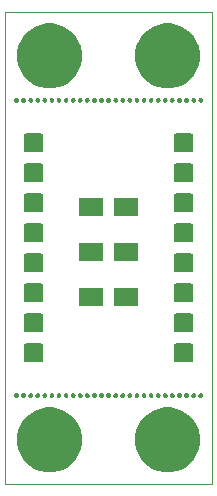
<source format=gbs>
G04 #@! TF.GenerationSoftware,KiCad,Pcbnew,(5.1.5-0-10_14)*
G04 #@! TF.CreationDate,2020-04-10T20:26:08+03:00*
G04 #@! TF.ProjectId,connector-breakout-a1,636f6e6e-6563-4746-9f72-2d627265616b,rev?*
G04 #@! TF.SameCoordinates,Original*
G04 #@! TF.FileFunction,Soldermask,Bot*
G04 #@! TF.FilePolarity,Negative*
%FSLAX46Y46*%
G04 Gerber Fmt 4.6, Leading zero omitted, Abs format (unit mm)*
G04 Created by KiCad (PCBNEW (5.1.5-0-10_14)) date 2020-04-10 20:26:08*
%MOMM*%
%LPD*%
G04 APERTURE LIST*
%ADD10C,0.010000*%
%ADD11C,0.100000*%
G04 APERTURE END LIST*
D10*
X100749999Y-110990000D02*
X83250001Y-110990000D01*
X83250001Y-110990000D02*
X83250000Y-70990000D01*
X100750001Y-70990000D02*
X100749999Y-110990000D01*
X83250000Y-70990000D02*
X100750000Y-70990000D01*
D11*
G36*
X97802144Y-104595680D02*
G01*
X98302612Y-104802981D01*
X98510805Y-104942091D01*
X98753023Y-105103936D01*
X99136064Y-105486977D01*
X99136065Y-105486979D01*
X99437019Y-105937388D01*
X99644320Y-106437856D01*
X99750000Y-106969147D01*
X99750000Y-107510853D01*
X99644320Y-108042144D01*
X99437019Y-108542612D01*
X99437018Y-108542613D01*
X99136064Y-108993023D01*
X98753023Y-109376064D01*
X98691925Y-109416888D01*
X98302612Y-109677019D01*
X97802144Y-109884320D01*
X97270853Y-109990000D01*
X96729147Y-109990000D01*
X96197856Y-109884320D01*
X95697388Y-109677019D01*
X95308075Y-109416888D01*
X95246977Y-109376064D01*
X94863936Y-108993023D01*
X94562982Y-108542613D01*
X94562981Y-108542612D01*
X94355680Y-108042144D01*
X94250000Y-107510853D01*
X94250000Y-106969147D01*
X94355680Y-106437856D01*
X94562981Y-105937388D01*
X94863935Y-105486979D01*
X94863936Y-105486977D01*
X95246977Y-105103936D01*
X95489195Y-104942091D01*
X95697388Y-104802981D01*
X96197856Y-104595680D01*
X96729147Y-104490000D01*
X97270853Y-104490000D01*
X97802144Y-104595680D01*
G37*
G36*
X87802144Y-104595680D02*
G01*
X88302612Y-104802981D01*
X88510805Y-104942091D01*
X88753023Y-105103936D01*
X89136064Y-105486977D01*
X89136065Y-105486979D01*
X89437019Y-105937388D01*
X89644320Y-106437856D01*
X89750000Y-106969147D01*
X89750000Y-107510853D01*
X89644320Y-108042144D01*
X89437019Y-108542612D01*
X89437018Y-108542613D01*
X89136064Y-108993023D01*
X88753023Y-109376064D01*
X88691925Y-109416888D01*
X88302612Y-109677019D01*
X87802144Y-109884320D01*
X87270853Y-109990000D01*
X86729147Y-109990000D01*
X86197856Y-109884320D01*
X85697388Y-109677019D01*
X85308075Y-109416888D01*
X85246977Y-109376064D01*
X84863936Y-108993023D01*
X84562982Y-108542613D01*
X84562981Y-108542612D01*
X84355680Y-108042144D01*
X84250000Y-107510853D01*
X84250000Y-106969147D01*
X84355680Y-106437856D01*
X84562981Y-105937388D01*
X84863935Y-105486979D01*
X84863936Y-105486977D01*
X85246977Y-105103936D01*
X85489195Y-104942091D01*
X85697388Y-104802981D01*
X86197856Y-104595680D01*
X86729147Y-104490000D01*
X87270853Y-104490000D01*
X87802144Y-104595680D01*
G37*
G36*
X89058338Y-103297685D02*
G01*
X89094736Y-103312762D01*
X89127488Y-103334646D01*
X89127490Y-103334648D01*
X89127493Y-103334650D01*
X89155350Y-103362507D01*
X89155352Y-103362510D01*
X89155354Y-103362512D01*
X89177238Y-103395264D01*
X89192315Y-103431662D01*
X89200000Y-103470300D01*
X89200000Y-103509700D01*
X89192315Y-103548338D01*
X89177238Y-103584736D01*
X89155354Y-103617488D01*
X89155352Y-103617490D01*
X89155350Y-103617493D01*
X89127493Y-103645350D01*
X89127490Y-103645352D01*
X89127488Y-103645354D01*
X89094736Y-103667238D01*
X89058338Y-103682315D01*
X89019700Y-103690000D01*
X88980300Y-103690000D01*
X88941662Y-103682315D01*
X88905264Y-103667238D01*
X88872512Y-103645354D01*
X88872510Y-103645352D01*
X88872507Y-103645350D01*
X88844650Y-103617493D01*
X88844648Y-103617490D01*
X88844646Y-103617488D01*
X88822762Y-103584736D01*
X88807685Y-103548338D01*
X88800000Y-103509700D01*
X88800000Y-103470300D01*
X88807685Y-103431662D01*
X88822762Y-103395264D01*
X88844646Y-103362512D01*
X88844648Y-103362510D01*
X88844650Y-103362507D01*
X88872507Y-103334650D01*
X88872510Y-103334648D01*
X88872512Y-103334646D01*
X88905264Y-103312762D01*
X88941662Y-103297685D01*
X88980300Y-103290000D01*
X89019700Y-103290000D01*
X89058338Y-103297685D01*
G37*
G36*
X88458338Y-103297685D02*
G01*
X88494736Y-103312762D01*
X88527488Y-103334646D01*
X88527490Y-103334648D01*
X88527493Y-103334650D01*
X88555350Y-103362507D01*
X88555352Y-103362510D01*
X88555354Y-103362512D01*
X88577238Y-103395264D01*
X88592315Y-103431662D01*
X88600000Y-103470300D01*
X88600000Y-103509700D01*
X88592315Y-103548338D01*
X88577238Y-103584736D01*
X88555354Y-103617488D01*
X88555352Y-103617490D01*
X88555350Y-103617493D01*
X88527493Y-103645350D01*
X88527490Y-103645352D01*
X88527488Y-103645354D01*
X88494736Y-103667238D01*
X88458338Y-103682315D01*
X88419700Y-103690000D01*
X88380300Y-103690000D01*
X88341662Y-103682315D01*
X88305264Y-103667238D01*
X88272512Y-103645354D01*
X88272510Y-103645352D01*
X88272507Y-103645350D01*
X88244650Y-103617493D01*
X88244648Y-103617490D01*
X88244646Y-103617488D01*
X88222762Y-103584736D01*
X88207685Y-103548338D01*
X88200000Y-103509700D01*
X88200000Y-103470300D01*
X88207685Y-103431662D01*
X88222762Y-103395264D01*
X88244646Y-103362512D01*
X88244648Y-103362510D01*
X88244650Y-103362507D01*
X88272507Y-103334650D01*
X88272510Y-103334648D01*
X88272512Y-103334646D01*
X88305264Y-103312762D01*
X88341662Y-103297685D01*
X88380300Y-103290000D01*
X88419700Y-103290000D01*
X88458338Y-103297685D01*
G37*
G36*
X87858338Y-103297685D02*
G01*
X87894736Y-103312762D01*
X87927488Y-103334646D01*
X87927490Y-103334648D01*
X87927493Y-103334650D01*
X87955350Y-103362507D01*
X87955352Y-103362510D01*
X87955354Y-103362512D01*
X87977238Y-103395264D01*
X87992315Y-103431662D01*
X88000000Y-103470300D01*
X88000000Y-103509700D01*
X87992315Y-103548338D01*
X87977238Y-103584736D01*
X87955354Y-103617488D01*
X87955352Y-103617490D01*
X87955350Y-103617493D01*
X87927493Y-103645350D01*
X87927490Y-103645352D01*
X87927488Y-103645354D01*
X87894736Y-103667238D01*
X87858338Y-103682315D01*
X87819700Y-103690000D01*
X87780300Y-103690000D01*
X87741662Y-103682315D01*
X87705264Y-103667238D01*
X87672512Y-103645354D01*
X87672510Y-103645352D01*
X87672507Y-103645350D01*
X87644650Y-103617493D01*
X87644648Y-103617490D01*
X87644646Y-103617488D01*
X87622762Y-103584736D01*
X87607685Y-103548338D01*
X87600000Y-103509700D01*
X87600000Y-103470300D01*
X87607685Y-103431662D01*
X87622762Y-103395264D01*
X87644646Y-103362512D01*
X87644648Y-103362510D01*
X87644650Y-103362507D01*
X87672507Y-103334650D01*
X87672510Y-103334648D01*
X87672512Y-103334646D01*
X87705264Y-103312762D01*
X87741662Y-103297685D01*
X87780300Y-103290000D01*
X87819700Y-103290000D01*
X87858338Y-103297685D01*
G37*
G36*
X87258338Y-103297685D02*
G01*
X87294736Y-103312762D01*
X87327488Y-103334646D01*
X87327490Y-103334648D01*
X87327493Y-103334650D01*
X87355350Y-103362507D01*
X87355352Y-103362510D01*
X87355354Y-103362512D01*
X87377238Y-103395264D01*
X87392315Y-103431662D01*
X87400000Y-103470300D01*
X87400000Y-103509700D01*
X87392315Y-103548338D01*
X87377238Y-103584736D01*
X87355354Y-103617488D01*
X87355352Y-103617490D01*
X87355350Y-103617493D01*
X87327493Y-103645350D01*
X87327490Y-103645352D01*
X87327488Y-103645354D01*
X87294736Y-103667238D01*
X87258338Y-103682315D01*
X87219700Y-103690000D01*
X87180300Y-103690000D01*
X87141662Y-103682315D01*
X87105264Y-103667238D01*
X87072512Y-103645354D01*
X87072510Y-103645352D01*
X87072507Y-103645350D01*
X87044650Y-103617493D01*
X87044648Y-103617490D01*
X87044646Y-103617488D01*
X87022762Y-103584736D01*
X87007685Y-103548338D01*
X87000000Y-103509700D01*
X87000000Y-103470300D01*
X87007685Y-103431662D01*
X87022762Y-103395264D01*
X87044646Y-103362512D01*
X87044648Y-103362510D01*
X87044650Y-103362507D01*
X87072507Y-103334650D01*
X87072510Y-103334648D01*
X87072512Y-103334646D01*
X87105264Y-103312762D01*
X87141662Y-103297685D01*
X87180300Y-103290000D01*
X87219700Y-103290000D01*
X87258338Y-103297685D01*
G37*
G36*
X86658338Y-103297685D02*
G01*
X86694736Y-103312762D01*
X86727488Y-103334646D01*
X86727490Y-103334648D01*
X86727493Y-103334650D01*
X86755350Y-103362507D01*
X86755352Y-103362510D01*
X86755354Y-103362512D01*
X86777238Y-103395264D01*
X86792315Y-103431662D01*
X86800000Y-103470300D01*
X86800000Y-103509700D01*
X86792315Y-103548338D01*
X86777238Y-103584736D01*
X86755354Y-103617488D01*
X86755352Y-103617490D01*
X86755350Y-103617493D01*
X86727493Y-103645350D01*
X86727490Y-103645352D01*
X86727488Y-103645354D01*
X86694736Y-103667238D01*
X86658338Y-103682315D01*
X86619700Y-103690000D01*
X86580300Y-103690000D01*
X86541662Y-103682315D01*
X86505264Y-103667238D01*
X86472512Y-103645354D01*
X86472510Y-103645352D01*
X86472507Y-103645350D01*
X86444650Y-103617493D01*
X86444648Y-103617490D01*
X86444646Y-103617488D01*
X86422762Y-103584736D01*
X86407685Y-103548338D01*
X86400000Y-103509700D01*
X86400000Y-103470300D01*
X86407685Y-103431662D01*
X86422762Y-103395264D01*
X86444646Y-103362512D01*
X86444648Y-103362510D01*
X86444650Y-103362507D01*
X86472507Y-103334650D01*
X86472510Y-103334648D01*
X86472512Y-103334646D01*
X86505264Y-103312762D01*
X86541662Y-103297685D01*
X86580300Y-103290000D01*
X86619700Y-103290000D01*
X86658338Y-103297685D01*
G37*
G36*
X86058338Y-103297685D02*
G01*
X86094736Y-103312762D01*
X86127488Y-103334646D01*
X86127490Y-103334648D01*
X86127493Y-103334650D01*
X86155350Y-103362507D01*
X86155352Y-103362510D01*
X86155354Y-103362512D01*
X86177238Y-103395264D01*
X86192315Y-103431662D01*
X86200000Y-103470300D01*
X86200000Y-103509700D01*
X86192315Y-103548338D01*
X86177238Y-103584736D01*
X86155354Y-103617488D01*
X86155352Y-103617490D01*
X86155350Y-103617493D01*
X86127493Y-103645350D01*
X86127490Y-103645352D01*
X86127488Y-103645354D01*
X86094736Y-103667238D01*
X86058338Y-103682315D01*
X86019700Y-103690000D01*
X85980300Y-103690000D01*
X85941662Y-103682315D01*
X85905264Y-103667238D01*
X85872512Y-103645354D01*
X85872510Y-103645352D01*
X85872507Y-103645350D01*
X85844650Y-103617493D01*
X85844648Y-103617490D01*
X85844646Y-103617488D01*
X85822762Y-103584736D01*
X85807685Y-103548338D01*
X85800000Y-103509700D01*
X85800000Y-103470300D01*
X85807685Y-103431662D01*
X85822762Y-103395264D01*
X85844646Y-103362512D01*
X85844648Y-103362510D01*
X85844650Y-103362507D01*
X85872507Y-103334650D01*
X85872510Y-103334648D01*
X85872512Y-103334646D01*
X85905264Y-103312762D01*
X85941662Y-103297685D01*
X85980300Y-103290000D01*
X86019700Y-103290000D01*
X86058338Y-103297685D01*
G37*
G36*
X85458338Y-103297685D02*
G01*
X85494736Y-103312762D01*
X85527488Y-103334646D01*
X85527490Y-103334648D01*
X85527493Y-103334650D01*
X85555350Y-103362507D01*
X85555352Y-103362510D01*
X85555354Y-103362512D01*
X85577238Y-103395264D01*
X85592315Y-103431662D01*
X85600000Y-103470300D01*
X85600000Y-103509700D01*
X85592315Y-103548338D01*
X85577238Y-103584736D01*
X85555354Y-103617488D01*
X85555352Y-103617490D01*
X85555350Y-103617493D01*
X85527493Y-103645350D01*
X85527490Y-103645352D01*
X85527488Y-103645354D01*
X85494736Y-103667238D01*
X85458338Y-103682315D01*
X85419700Y-103690000D01*
X85380300Y-103690000D01*
X85341662Y-103682315D01*
X85305264Y-103667238D01*
X85272512Y-103645354D01*
X85272510Y-103645352D01*
X85272507Y-103645350D01*
X85244650Y-103617493D01*
X85244648Y-103617490D01*
X85244646Y-103617488D01*
X85222762Y-103584736D01*
X85207685Y-103548338D01*
X85200000Y-103509700D01*
X85200000Y-103470300D01*
X85207685Y-103431662D01*
X85222762Y-103395264D01*
X85244646Y-103362512D01*
X85244648Y-103362510D01*
X85244650Y-103362507D01*
X85272507Y-103334650D01*
X85272510Y-103334648D01*
X85272512Y-103334646D01*
X85305264Y-103312762D01*
X85341662Y-103297685D01*
X85380300Y-103290000D01*
X85419700Y-103290000D01*
X85458338Y-103297685D01*
G37*
G36*
X84858338Y-103297685D02*
G01*
X84894736Y-103312762D01*
X84927488Y-103334646D01*
X84927490Y-103334648D01*
X84927493Y-103334650D01*
X84955350Y-103362507D01*
X84955352Y-103362510D01*
X84955354Y-103362512D01*
X84977238Y-103395264D01*
X84992315Y-103431662D01*
X85000000Y-103470300D01*
X85000000Y-103509700D01*
X84992315Y-103548338D01*
X84977238Y-103584736D01*
X84955354Y-103617488D01*
X84955352Y-103617490D01*
X84955350Y-103617493D01*
X84927493Y-103645350D01*
X84927490Y-103645352D01*
X84927488Y-103645354D01*
X84894736Y-103667238D01*
X84858338Y-103682315D01*
X84819700Y-103690000D01*
X84780300Y-103690000D01*
X84741662Y-103682315D01*
X84705264Y-103667238D01*
X84672512Y-103645354D01*
X84672510Y-103645352D01*
X84672507Y-103645350D01*
X84644650Y-103617493D01*
X84644648Y-103617490D01*
X84644646Y-103617488D01*
X84622762Y-103584736D01*
X84607685Y-103548338D01*
X84600000Y-103509700D01*
X84600000Y-103470300D01*
X84607685Y-103431662D01*
X84622762Y-103395264D01*
X84644646Y-103362512D01*
X84644648Y-103362510D01*
X84644650Y-103362507D01*
X84672507Y-103334650D01*
X84672510Y-103334648D01*
X84672512Y-103334646D01*
X84705264Y-103312762D01*
X84741662Y-103297685D01*
X84780300Y-103290000D01*
X84819700Y-103290000D01*
X84858338Y-103297685D01*
G37*
G36*
X84258338Y-103297685D02*
G01*
X84294736Y-103312762D01*
X84327488Y-103334646D01*
X84327490Y-103334648D01*
X84327493Y-103334650D01*
X84355350Y-103362507D01*
X84355352Y-103362510D01*
X84355354Y-103362512D01*
X84377238Y-103395264D01*
X84392315Y-103431662D01*
X84400000Y-103470300D01*
X84400000Y-103509700D01*
X84392315Y-103548338D01*
X84377238Y-103584736D01*
X84355354Y-103617488D01*
X84355352Y-103617490D01*
X84355350Y-103617493D01*
X84327493Y-103645350D01*
X84327490Y-103645352D01*
X84327488Y-103645354D01*
X84294736Y-103667238D01*
X84258338Y-103682315D01*
X84219700Y-103690000D01*
X84180300Y-103690000D01*
X84141662Y-103682315D01*
X84105264Y-103667238D01*
X84072512Y-103645354D01*
X84072510Y-103645352D01*
X84072507Y-103645350D01*
X84044650Y-103617493D01*
X84044648Y-103617490D01*
X84044646Y-103617488D01*
X84022762Y-103584736D01*
X84007685Y-103548338D01*
X84000000Y-103509700D01*
X84000000Y-103470300D01*
X84007685Y-103431662D01*
X84022762Y-103395264D01*
X84044646Y-103362512D01*
X84044648Y-103362510D01*
X84044650Y-103362507D01*
X84072507Y-103334650D01*
X84072510Y-103334648D01*
X84072512Y-103334646D01*
X84105264Y-103312762D01*
X84141662Y-103297685D01*
X84180300Y-103290000D01*
X84219700Y-103290000D01*
X84258338Y-103297685D01*
G37*
G36*
X92058338Y-103297685D02*
G01*
X92094736Y-103312762D01*
X92127488Y-103334646D01*
X92127490Y-103334648D01*
X92127493Y-103334650D01*
X92155350Y-103362507D01*
X92155352Y-103362510D01*
X92155354Y-103362512D01*
X92177238Y-103395264D01*
X92192315Y-103431662D01*
X92200000Y-103470300D01*
X92200000Y-103509700D01*
X92192315Y-103548338D01*
X92177238Y-103584736D01*
X92155354Y-103617488D01*
X92155352Y-103617490D01*
X92155350Y-103617493D01*
X92127493Y-103645350D01*
X92127490Y-103645352D01*
X92127488Y-103645354D01*
X92094736Y-103667238D01*
X92058338Y-103682315D01*
X92019700Y-103690000D01*
X91980300Y-103690000D01*
X91941662Y-103682315D01*
X91905264Y-103667238D01*
X91872512Y-103645354D01*
X91872510Y-103645352D01*
X91872507Y-103645350D01*
X91844650Y-103617493D01*
X91844648Y-103617490D01*
X91844646Y-103617488D01*
X91822762Y-103584736D01*
X91807685Y-103548338D01*
X91800000Y-103509700D01*
X91800000Y-103470300D01*
X91807685Y-103431662D01*
X91822762Y-103395264D01*
X91844646Y-103362512D01*
X91844648Y-103362510D01*
X91844650Y-103362507D01*
X91872507Y-103334650D01*
X91872510Y-103334648D01*
X91872512Y-103334646D01*
X91905264Y-103312762D01*
X91941662Y-103297685D01*
X91980300Y-103290000D01*
X92019700Y-103290000D01*
X92058338Y-103297685D01*
G37*
G36*
X92658338Y-103297685D02*
G01*
X92694736Y-103312762D01*
X92727488Y-103334646D01*
X92727490Y-103334648D01*
X92727493Y-103334650D01*
X92755350Y-103362507D01*
X92755352Y-103362510D01*
X92755354Y-103362512D01*
X92777238Y-103395264D01*
X92792315Y-103431662D01*
X92800000Y-103470300D01*
X92800000Y-103509700D01*
X92792315Y-103548338D01*
X92777238Y-103584736D01*
X92755354Y-103617488D01*
X92755352Y-103617490D01*
X92755350Y-103617493D01*
X92727493Y-103645350D01*
X92727490Y-103645352D01*
X92727488Y-103645354D01*
X92694736Y-103667238D01*
X92658338Y-103682315D01*
X92619700Y-103690000D01*
X92580300Y-103690000D01*
X92541662Y-103682315D01*
X92505264Y-103667238D01*
X92472512Y-103645354D01*
X92472510Y-103645352D01*
X92472507Y-103645350D01*
X92444650Y-103617493D01*
X92444648Y-103617490D01*
X92444646Y-103617488D01*
X92422762Y-103584736D01*
X92407685Y-103548338D01*
X92400000Y-103509700D01*
X92400000Y-103470300D01*
X92407685Y-103431662D01*
X92422762Y-103395264D01*
X92444646Y-103362512D01*
X92444648Y-103362510D01*
X92444650Y-103362507D01*
X92472507Y-103334650D01*
X92472510Y-103334648D01*
X92472512Y-103334646D01*
X92505264Y-103312762D01*
X92541662Y-103297685D01*
X92580300Y-103290000D01*
X92619700Y-103290000D01*
X92658338Y-103297685D01*
G37*
G36*
X93258338Y-103297685D02*
G01*
X93294736Y-103312762D01*
X93327488Y-103334646D01*
X93327490Y-103334648D01*
X93327493Y-103334650D01*
X93355350Y-103362507D01*
X93355352Y-103362510D01*
X93355354Y-103362512D01*
X93377238Y-103395264D01*
X93392315Y-103431662D01*
X93400000Y-103470300D01*
X93400000Y-103509700D01*
X93392315Y-103548338D01*
X93377238Y-103584736D01*
X93355354Y-103617488D01*
X93355352Y-103617490D01*
X93355350Y-103617493D01*
X93327493Y-103645350D01*
X93327490Y-103645352D01*
X93327488Y-103645354D01*
X93294736Y-103667238D01*
X93258338Y-103682315D01*
X93219700Y-103690000D01*
X93180300Y-103690000D01*
X93141662Y-103682315D01*
X93105264Y-103667238D01*
X93072512Y-103645354D01*
X93072510Y-103645352D01*
X93072507Y-103645350D01*
X93044650Y-103617493D01*
X93044648Y-103617490D01*
X93044646Y-103617488D01*
X93022762Y-103584736D01*
X93007685Y-103548338D01*
X93000000Y-103509700D01*
X93000000Y-103470300D01*
X93007685Y-103431662D01*
X93022762Y-103395264D01*
X93044646Y-103362512D01*
X93044648Y-103362510D01*
X93044650Y-103362507D01*
X93072507Y-103334650D01*
X93072510Y-103334648D01*
X93072512Y-103334646D01*
X93105264Y-103312762D01*
X93141662Y-103297685D01*
X93180300Y-103290000D01*
X93219700Y-103290000D01*
X93258338Y-103297685D01*
G37*
G36*
X93858338Y-103297685D02*
G01*
X93894736Y-103312762D01*
X93927488Y-103334646D01*
X93927490Y-103334648D01*
X93927493Y-103334650D01*
X93955350Y-103362507D01*
X93955352Y-103362510D01*
X93955354Y-103362512D01*
X93977238Y-103395264D01*
X93992315Y-103431662D01*
X94000000Y-103470300D01*
X94000000Y-103509700D01*
X93992315Y-103548338D01*
X93977238Y-103584736D01*
X93955354Y-103617488D01*
X93955352Y-103617490D01*
X93955350Y-103617493D01*
X93927493Y-103645350D01*
X93927490Y-103645352D01*
X93927488Y-103645354D01*
X93894736Y-103667238D01*
X93858338Y-103682315D01*
X93819700Y-103690000D01*
X93780300Y-103690000D01*
X93741662Y-103682315D01*
X93705264Y-103667238D01*
X93672512Y-103645354D01*
X93672510Y-103645352D01*
X93672507Y-103645350D01*
X93644650Y-103617493D01*
X93644648Y-103617490D01*
X93644646Y-103617488D01*
X93622762Y-103584736D01*
X93607685Y-103548338D01*
X93600000Y-103509700D01*
X93600000Y-103470300D01*
X93607685Y-103431662D01*
X93622762Y-103395264D01*
X93644646Y-103362512D01*
X93644648Y-103362510D01*
X93644650Y-103362507D01*
X93672507Y-103334650D01*
X93672510Y-103334648D01*
X93672512Y-103334646D01*
X93705264Y-103312762D01*
X93741662Y-103297685D01*
X93780300Y-103290000D01*
X93819700Y-103290000D01*
X93858338Y-103297685D01*
G37*
G36*
X94458338Y-103297685D02*
G01*
X94494736Y-103312762D01*
X94527488Y-103334646D01*
X94527490Y-103334648D01*
X94527493Y-103334650D01*
X94555350Y-103362507D01*
X94555352Y-103362510D01*
X94555354Y-103362512D01*
X94577238Y-103395264D01*
X94592315Y-103431662D01*
X94600000Y-103470300D01*
X94600000Y-103509700D01*
X94592315Y-103548338D01*
X94577238Y-103584736D01*
X94555354Y-103617488D01*
X94555352Y-103617490D01*
X94555350Y-103617493D01*
X94527493Y-103645350D01*
X94527490Y-103645352D01*
X94527488Y-103645354D01*
X94494736Y-103667238D01*
X94458338Y-103682315D01*
X94419700Y-103690000D01*
X94380300Y-103690000D01*
X94341662Y-103682315D01*
X94305264Y-103667238D01*
X94272512Y-103645354D01*
X94272510Y-103645352D01*
X94272507Y-103645350D01*
X94244650Y-103617493D01*
X94244648Y-103617490D01*
X94244646Y-103617488D01*
X94222762Y-103584736D01*
X94207685Y-103548338D01*
X94200000Y-103509700D01*
X94200000Y-103470300D01*
X94207685Y-103431662D01*
X94222762Y-103395264D01*
X94244646Y-103362512D01*
X94244648Y-103362510D01*
X94244650Y-103362507D01*
X94272507Y-103334650D01*
X94272510Y-103334648D01*
X94272512Y-103334646D01*
X94305264Y-103312762D01*
X94341662Y-103297685D01*
X94380300Y-103290000D01*
X94419700Y-103290000D01*
X94458338Y-103297685D01*
G37*
G36*
X95058338Y-103297685D02*
G01*
X95094736Y-103312762D01*
X95127488Y-103334646D01*
X95127490Y-103334648D01*
X95127493Y-103334650D01*
X95155350Y-103362507D01*
X95155352Y-103362510D01*
X95155354Y-103362512D01*
X95177238Y-103395264D01*
X95192315Y-103431662D01*
X95200000Y-103470300D01*
X95200000Y-103509700D01*
X95192315Y-103548338D01*
X95177238Y-103584736D01*
X95155354Y-103617488D01*
X95155352Y-103617490D01*
X95155350Y-103617493D01*
X95127493Y-103645350D01*
X95127490Y-103645352D01*
X95127488Y-103645354D01*
X95094736Y-103667238D01*
X95058338Y-103682315D01*
X95019700Y-103690000D01*
X94980300Y-103690000D01*
X94941662Y-103682315D01*
X94905264Y-103667238D01*
X94872512Y-103645354D01*
X94872510Y-103645352D01*
X94872507Y-103645350D01*
X94844650Y-103617493D01*
X94844648Y-103617490D01*
X94844646Y-103617488D01*
X94822762Y-103584736D01*
X94807685Y-103548338D01*
X94800000Y-103509700D01*
X94800000Y-103470300D01*
X94807685Y-103431662D01*
X94822762Y-103395264D01*
X94844646Y-103362512D01*
X94844648Y-103362510D01*
X94844650Y-103362507D01*
X94872507Y-103334650D01*
X94872510Y-103334648D01*
X94872512Y-103334646D01*
X94905264Y-103312762D01*
X94941662Y-103297685D01*
X94980300Y-103290000D01*
X95019700Y-103290000D01*
X95058338Y-103297685D01*
G37*
G36*
X95658338Y-103297685D02*
G01*
X95694736Y-103312762D01*
X95727488Y-103334646D01*
X95727490Y-103334648D01*
X95727493Y-103334650D01*
X95755350Y-103362507D01*
X95755352Y-103362510D01*
X95755354Y-103362512D01*
X95777238Y-103395264D01*
X95792315Y-103431662D01*
X95800000Y-103470300D01*
X95800000Y-103509700D01*
X95792315Y-103548338D01*
X95777238Y-103584736D01*
X95755354Y-103617488D01*
X95755352Y-103617490D01*
X95755350Y-103617493D01*
X95727493Y-103645350D01*
X95727490Y-103645352D01*
X95727488Y-103645354D01*
X95694736Y-103667238D01*
X95658338Y-103682315D01*
X95619700Y-103690000D01*
X95580300Y-103690000D01*
X95541662Y-103682315D01*
X95505264Y-103667238D01*
X95472512Y-103645354D01*
X95472510Y-103645352D01*
X95472507Y-103645350D01*
X95444650Y-103617493D01*
X95444648Y-103617490D01*
X95444646Y-103617488D01*
X95422762Y-103584736D01*
X95407685Y-103548338D01*
X95400000Y-103509700D01*
X95400000Y-103470300D01*
X95407685Y-103431662D01*
X95422762Y-103395264D01*
X95444646Y-103362512D01*
X95444648Y-103362510D01*
X95444650Y-103362507D01*
X95472507Y-103334650D01*
X95472510Y-103334648D01*
X95472512Y-103334646D01*
X95505264Y-103312762D01*
X95541662Y-103297685D01*
X95580300Y-103290000D01*
X95619700Y-103290000D01*
X95658338Y-103297685D01*
G37*
G36*
X96258338Y-103297685D02*
G01*
X96294736Y-103312762D01*
X96327488Y-103334646D01*
X96327490Y-103334648D01*
X96327493Y-103334650D01*
X96355350Y-103362507D01*
X96355352Y-103362510D01*
X96355354Y-103362512D01*
X96377238Y-103395264D01*
X96392315Y-103431662D01*
X96400000Y-103470300D01*
X96400000Y-103509700D01*
X96392315Y-103548338D01*
X96377238Y-103584736D01*
X96355354Y-103617488D01*
X96355352Y-103617490D01*
X96355350Y-103617493D01*
X96327493Y-103645350D01*
X96327490Y-103645352D01*
X96327488Y-103645354D01*
X96294736Y-103667238D01*
X96258338Y-103682315D01*
X96219700Y-103690000D01*
X96180300Y-103690000D01*
X96141662Y-103682315D01*
X96105264Y-103667238D01*
X96072512Y-103645354D01*
X96072510Y-103645352D01*
X96072507Y-103645350D01*
X96044650Y-103617493D01*
X96044648Y-103617490D01*
X96044646Y-103617488D01*
X96022762Y-103584736D01*
X96007685Y-103548338D01*
X96000000Y-103509700D01*
X96000000Y-103470300D01*
X96007685Y-103431662D01*
X96022762Y-103395264D01*
X96044646Y-103362512D01*
X96044648Y-103362510D01*
X96044650Y-103362507D01*
X96072507Y-103334650D01*
X96072510Y-103334648D01*
X96072512Y-103334646D01*
X96105264Y-103312762D01*
X96141662Y-103297685D01*
X96180300Y-103290000D01*
X96219700Y-103290000D01*
X96258338Y-103297685D01*
G37*
G36*
X96858338Y-103297685D02*
G01*
X96894736Y-103312762D01*
X96927488Y-103334646D01*
X96927490Y-103334648D01*
X96927493Y-103334650D01*
X96955350Y-103362507D01*
X96955352Y-103362510D01*
X96955354Y-103362512D01*
X96977238Y-103395264D01*
X96992315Y-103431662D01*
X97000000Y-103470300D01*
X97000000Y-103509700D01*
X96992315Y-103548338D01*
X96977238Y-103584736D01*
X96955354Y-103617488D01*
X96955352Y-103617490D01*
X96955350Y-103617493D01*
X96927493Y-103645350D01*
X96927490Y-103645352D01*
X96927488Y-103645354D01*
X96894736Y-103667238D01*
X96858338Y-103682315D01*
X96819700Y-103690000D01*
X96780300Y-103690000D01*
X96741662Y-103682315D01*
X96705264Y-103667238D01*
X96672512Y-103645354D01*
X96672510Y-103645352D01*
X96672507Y-103645350D01*
X96644650Y-103617493D01*
X96644648Y-103617490D01*
X96644646Y-103617488D01*
X96622762Y-103584736D01*
X96607685Y-103548338D01*
X96600000Y-103509700D01*
X96600000Y-103470300D01*
X96607685Y-103431662D01*
X96622762Y-103395264D01*
X96644646Y-103362512D01*
X96644648Y-103362510D01*
X96644650Y-103362507D01*
X96672507Y-103334650D01*
X96672510Y-103334648D01*
X96672512Y-103334646D01*
X96705264Y-103312762D01*
X96741662Y-103297685D01*
X96780300Y-103290000D01*
X96819700Y-103290000D01*
X96858338Y-103297685D01*
G37*
G36*
X97458338Y-103297685D02*
G01*
X97494736Y-103312762D01*
X97527488Y-103334646D01*
X97527490Y-103334648D01*
X97527493Y-103334650D01*
X97555350Y-103362507D01*
X97555352Y-103362510D01*
X97555354Y-103362512D01*
X97577238Y-103395264D01*
X97592315Y-103431662D01*
X97600000Y-103470300D01*
X97600000Y-103509700D01*
X97592315Y-103548338D01*
X97577238Y-103584736D01*
X97555354Y-103617488D01*
X97555352Y-103617490D01*
X97555350Y-103617493D01*
X97527493Y-103645350D01*
X97527490Y-103645352D01*
X97527488Y-103645354D01*
X97494736Y-103667238D01*
X97458338Y-103682315D01*
X97419700Y-103690000D01*
X97380300Y-103690000D01*
X97341662Y-103682315D01*
X97305264Y-103667238D01*
X97272512Y-103645354D01*
X97272510Y-103645352D01*
X97272507Y-103645350D01*
X97244650Y-103617493D01*
X97244648Y-103617490D01*
X97244646Y-103617488D01*
X97222762Y-103584736D01*
X97207685Y-103548338D01*
X97200000Y-103509700D01*
X97200000Y-103470300D01*
X97207685Y-103431662D01*
X97222762Y-103395264D01*
X97244646Y-103362512D01*
X97244648Y-103362510D01*
X97244650Y-103362507D01*
X97272507Y-103334650D01*
X97272510Y-103334648D01*
X97272512Y-103334646D01*
X97305264Y-103312762D01*
X97341662Y-103297685D01*
X97380300Y-103290000D01*
X97419700Y-103290000D01*
X97458338Y-103297685D01*
G37*
G36*
X98058338Y-103297685D02*
G01*
X98094736Y-103312762D01*
X98127488Y-103334646D01*
X98127490Y-103334648D01*
X98127493Y-103334650D01*
X98155350Y-103362507D01*
X98155352Y-103362510D01*
X98155354Y-103362512D01*
X98177238Y-103395264D01*
X98192315Y-103431662D01*
X98200000Y-103470300D01*
X98200000Y-103509700D01*
X98192315Y-103548338D01*
X98177238Y-103584736D01*
X98155354Y-103617488D01*
X98155352Y-103617490D01*
X98155350Y-103617493D01*
X98127493Y-103645350D01*
X98127490Y-103645352D01*
X98127488Y-103645354D01*
X98094736Y-103667238D01*
X98058338Y-103682315D01*
X98019700Y-103690000D01*
X97980300Y-103690000D01*
X97941662Y-103682315D01*
X97905264Y-103667238D01*
X97872512Y-103645354D01*
X97872510Y-103645352D01*
X97872507Y-103645350D01*
X97844650Y-103617493D01*
X97844648Y-103617490D01*
X97844646Y-103617488D01*
X97822762Y-103584736D01*
X97807685Y-103548338D01*
X97800000Y-103509700D01*
X97800000Y-103470300D01*
X97807685Y-103431662D01*
X97822762Y-103395264D01*
X97844646Y-103362512D01*
X97844648Y-103362510D01*
X97844650Y-103362507D01*
X97872507Y-103334650D01*
X97872510Y-103334648D01*
X97872512Y-103334646D01*
X97905264Y-103312762D01*
X97941662Y-103297685D01*
X97980300Y-103290000D01*
X98019700Y-103290000D01*
X98058338Y-103297685D01*
G37*
G36*
X98658338Y-103297685D02*
G01*
X98694736Y-103312762D01*
X98727488Y-103334646D01*
X98727490Y-103334648D01*
X98727493Y-103334650D01*
X98755350Y-103362507D01*
X98755352Y-103362510D01*
X98755354Y-103362512D01*
X98777238Y-103395264D01*
X98792315Y-103431662D01*
X98800000Y-103470300D01*
X98800000Y-103509700D01*
X98792315Y-103548338D01*
X98777238Y-103584736D01*
X98755354Y-103617488D01*
X98755352Y-103617490D01*
X98755350Y-103617493D01*
X98727493Y-103645350D01*
X98727490Y-103645352D01*
X98727488Y-103645354D01*
X98694736Y-103667238D01*
X98658338Y-103682315D01*
X98619700Y-103690000D01*
X98580300Y-103690000D01*
X98541662Y-103682315D01*
X98505264Y-103667238D01*
X98472512Y-103645354D01*
X98472510Y-103645352D01*
X98472507Y-103645350D01*
X98444650Y-103617493D01*
X98444648Y-103617490D01*
X98444646Y-103617488D01*
X98422762Y-103584736D01*
X98407685Y-103548338D01*
X98400000Y-103509700D01*
X98400000Y-103470300D01*
X98407685Y-103431662D01*
X98422762Y-103395264D01*
X98444646Y-103362512D01*
X98444648Y-103362510D01*
X98444650Y-103362507D01*
X98472507Y-103334650D01*
X98472510Y-103334648D01*
X98472512Y-103334646D01*
X98505264Y-103312762D01*
X98541662Y-103297685D01*
X98580300Y-103290000D01*
X98619700Y-103290000D01*
X98658338Y-103297685D01*
G37*
G36*
X99258338Y-103297685D02*
G01*
X99294736Y-103312762D01*
X99327488Y-103334646D01*
X99327490Y-103334648D01*
X99327493Y-103334650D01*
X99355350Y-103362507D01*
X99355352Y-103362510D01*
X99355354Y-103362512D01*
X99377238Y-103395264D01*
X99392315Y-103431662D01*
X99400000Y-103470300D01*
X99400000Y-103509700D01*
X99392315Y-103548338D01*
X99377238Y-103584736D01*
X99355354Y-103617488D01*
X99355352Y-103617490D01*
X99355350Y-103617493D01*
X99327493Y-103645350D01*
X99327490Y-103645352D01*
X99327488Y-103645354D01*
X99294736Y-103667238D01*
X99258338Y-103682315D01*
X99219700Y-103690000D01*
X99180300Y-103690000D01*
X99141662Y-103682315D01*
X99105264Y-103667238D01*
X99072512Y-103645354D01*
X99072510Y-103645352D01*
X99072507Y-103645350D01*
X99044650Y-103617493D01*
X99044648Y-103617490D01*
X99044646Y-103617488D01*
X99022762Y-103584736D01*
X99007685Y-103548338D01*
X99000000Y-103509700D01*
X99000000Y-103470300D01*
X99007685Y-103431662D01*
X99022762Y-103395264D01*
X99044646Y-103362512D01*
X99044648Y-103362510D01*
X99044650Y-103362507D01*
X99072507Y-103334650D01*
X99072510Y-103334648D01*
X99072512Y-103334646D01*
X99105264Y-103312762D01*
X99141662Y-103297685D01*
X99180300Y-103290000D01*
X99219700Y-103290000D01*
X99258338Y-103297685D01*
G37*
G36*
X99858338Y-103297685D02*
G01*
X99894736Y-103312762D01*
X99927488Y-103334646D01*
X99927490Y-103334648D01*
X99927493Y-103334650D01*
X99955350Y-103362507D01*
X99955352Y-103362510D01*
X99955354Y-103362512D01*
X99977238Y-103395264D01*
X99992315Y-103431662D01*
X100000000Y-103470300D01*
X100000000Y-103509700D01*
X99992315Y-103548338D01*
X99977238Y-103584736D01*
X99955354Y-103617488D01*
X99955352Y-103617490D01*
X99955350Y-103617493D01*
X99927493Y-103645350D01*
X99927490Y-103645352D01*
X99927488Y-103645354D01*
X99894736Y-103667238D01*
X99858338Y-103682315D01*
X99819700Y-103690000D01*
X99780300Y-103690000D01*
X99741662Y-103682315D01*
X99705264Y-103667238D01*
X99672512Y-103645354D01*
X99672510Y-103645352D01*
X99672507Y-103645350D01*
X99644650Y-103617493D01*
X99644648Y-103617490D01*
X99644646Y-103617488D01*
X99622762Y-103584736D01*
X99607685Y-103548338D01*
X99600000Y-103509700D01*
X99600000Y-103470300D01*
X99607685Y-103431662D01*
X99622762Y-103395264D01*
X99644646Y-103362512D01*
X99644648Y-103362510D01*
X99644650Y-103362507D01*
X99672507Y-103334650D01*
X99672510Y-103334648D01*
X99672512Y-103334646D01*
X99705264Y-103312762D01*
X99741662Y-103297685D01*
X99780300Y-103290000D01*
X99819700Y-103290000D01*
X99858338Y-103297685D01*
G37*
G36*
X89658338Y-103297685D02*
G01*
X89694736Y-103312762D01*
X89727488Y-103334646D01*
X89727490Y-103334648D01*
X89727493Y-103334650D01*
X89755350Y-103362507D01*
X89755352Y-103362510D01*
X89755354Y-103362512D01*
X89777238Y-103395264D01*
X89792315Y-103431662D01*
X89800000Y-103470300D01*
X89800000Y-103509700D01*
X89792315Y-103548338D01*
X89777238Y-103584736D01*
X89755354Y-103617488D01*
X89755352Y-103617490D01*
X89755350Y-103617493D01*
X89727493Y-103645350D01*
X89727490Y-103645352D01*
X89727488Y-103645354D01*
X89694736Y-103667238D01*
X89658338Y-103682315D01*
X89619700Y-103690000D01*
X89580300Y-103690000D01*
X89541662Y-103682315D01*
X89505264Y-103667238D01*
X89472512Y-103645354D01*
X89472510Y-103645352D01*
X89472507Y-103645350D01*
X89444650Y-103617493D01*
X89444648Y-103617490D01*
X89444646Y-103617488D01*
X89422762Y-103584736D01*
X89407685Y-103548338D01*
X89400000Y-103509700D01*
X89400000Y-103470300D01*
X89407685Y-103431662D01*
X89422762Y-103395264D01*
X89444646Y-103362512D01*
X89444648Y-103362510D01*
X89444650Y-103362507D01*
X89472507Y-103334650D01*
X89472510Y-103334648D01*
X89472512Y-103334646D01*
X89505264Y-103312762D01*
X89541662Y-103297685D01*
X89580300Y-103290000D01*
X89619700Y-103290000D01*
X89658338Y-103297685D01*
G37*
G36*
X90258338Y-103297685D02*
G01*
X90294736Y-103312762D01*
X90327488Y-103334646D01*
X90327490Y-103334648D01*
X90327493Y-103334650D01*
X90355350Y-103362507D01*
X90355352Y-103362510D01*
X90355354Y-103362512D01*
X90377238Y-103395264D01*
X90392315Y-103431662D01*
X90400000Y-103470300D01*
X90400000Y-103509700D01*
X90392315Y-103548338D01*
X90377238Y-103584736D01*
X90355354Y-103617488D01*
X90355352Y-103617490D01*
X90355350Y-103617493D01*
X90327493Y-103645350D01*
X90327490Y-103645352D01*
X90327488Y-103645354D01*
X90294736Y-103667238D01*
X90258338Y-103682315D01*
X90219700Y-103690000D01*
X90180300Y-103690000D01*
X90141662Y-103682315D01*
X90105264Y-103667238D01*
X90072512Y-103645354D01*
X90072510Y-103645352D01*
X90072507Y-103645350D01*
X90044650Y-103617493D01*
X90044648Y-103617490D01*
X90044646Y-103617488D01*
X90022762Y-103584736D01*
X90007685Y-103548338D01*
X90000000Y-103509700D01*
X90000000Y-103470300D01*
X90007685Y-103431662D01*
X90022762Y-103395264D01*
X90044646Y-103362512D01*
X90044648Y-103362510D01*
X90044650Y-103362507D01*
X90072507Y-103334650D01*
X90072510Y-103334648D01*
X90072512Y-103334646D01*
X90105264Y-103312762D01*
X90141662Y-103297685D01*
X90180300Y-103290000D01*
X90219700Y-103290000D01*
X90258338Y-103297685D01*
G37*
G36*
X90858338Y-103297685D02*
G01*
X90894736Y-103312762D01*
X90927488Y-103334646D01*
X90927490Y-103334648D01*
X90927493Y-103334650D01*
X90955350Y-103362507D01*
X90955352Y-103362510D01*
X90955354Y-103362512D01*
X90977238Y-103395264D01*
X90992315Y-103431662D01*
X91000000Y-103470300D01*
X91000000Y-103509700D01*
X90992315Y-103548338D01*
X90977238Y-103584736D01*
X90955354Y-103617488D01*
X90955352Y-103617490D01*
X90955350Y-103617493D01*
X90927493Y-103645350D01*
X90927490Y-103645352D01*
X90927488Y-103645354D01*
X90894736Y-103667238D01*
X90858338Y-103682315D01*
X90819700Y-103690000D01*
X90780300Y-103690000D01*
X90741662Y-103682315D01*
X90705264Y-103667238D01*
X90672512Y-103645354D01*
X90672510Y-103645352D01*
X90672507Y-103645350D01*
X90644650Y-103617493D01*
X90644648Y-103617490D01*
X90644646Y-103617488D01*
X90622762Y-103584736D01*
X90607685Y-103548338D01*
X90600000Y-103509700D01*
X90600000Y-103470300D01*
X90607685Y-103431662D01*
X90622762Y-103395264D01*
X90644646Y-103362512D01*
X90644648Y-103362510D01*
X90644650Y-103362507D01*
X90672507Y-103334650D01*
X90672510Y-103334648D01*
X90672512Y-103334646D01*
X90705264Y-103312762D01*
X90741662Y-103297685D01*
X90780300Y-103290000D01*
X90819700Y-103290000D01*
X90858338Y-103297685D01*
G37*
G36*
X91458338Y-103297685D02*
G01*
X91494736Y-103312762D01*
X91527488Y-103334646D01*
X91527490Y-103334648D01*
X91527493Y-103334650D01*
X91555350Y-103362507D01*
X91555352Y-103362510D01*
X91555354Y-103362512D01*
X91577238Y-103395264D01*
X91592315Y-103431662D01*
X91600000Y-103470300D01*
X91600000Y-103509700D01*
X91592315Y-103548338D01*
X91577238Y-103584736D01*
X91555354Y-103617488D01*
X91555352Y-103617490D01*
X91555350Y-103617493D01*
X91527493Y-103645350D01*
X91527490Y-103645352D01*
X91527488Y-103645354D01*
X91494736Y-103667238D01*
X91458338Y-103682315D01*
X91419700Y-103690000D01*
X91380300Y-103690000D01*
X91341662Y-103682315D01*
X91305264Y-103667238D01*
X91272512Y-103645354D01*
X91272510Y-103645352D01*
X91272507Y-103645350D01*
X91244650Y-103617493D01*
X91244648Y-103617490D01*
X91244646Y-103617488D01*
X91222762Y-103584736D01*
X91207685Y-103548338D01*
X91200000Y-103509700D01*
X91200000Y-103470300D01*
X91207685Y-103431662D01*
X91222762Y-103395264D01*
X91244646Y-103362512D01*
X91244648Y-103362510D01*
X91244650Y-103362507D01*
X91272507Y-103334650D01*
X91272510Y-103334648D01*
X91272512Y-103334646D01*
X91305264Y-103312762D01*
X91341662Y-103297685D01*
X91380300Y-103290000D01*
X91419700Y-103290000D01*
X91458338Y-103297685D01*
G37*
G36*
X99019153Y-99083359D02*
G01*
X99049595Y-99092594D01*
X99077643Y-99107586D01*
X99102233Y-99127767D01*
X99122414Y-99152357D01*
X99137406Y-99180405D01*
X99146641Y-99210847D01*
X99150000Y-99244954D01*
X99150000Y-100515046D01*
X99146641Y-100549153D01*
X99137406Y-100579595D01*
X99122414Y-100607643D01*
X99102233Y-100632233D01*
X99077643Y-100652414D01*
X99049595Y-100667406D01*
X99019153Y-100676641D01*
X98985046Y-100680000D01*
X97714954Y-100680000D01*
X97680847Y-100676641D01*
X97650405Y-100667406D01*
X97622357Y-100652414D01*
X97597767Y-100632233D01*
X97577586Y-100607643D01*
X97562594Y-100579595D01*
X97553359Y-100549153D01*
X97550000Y-100515046D01*
X97550000Y-99244954D01*
X97553359Y-99210847D01*
X97562594Y-99180405D01*
X97577586Y-99152357D01*
X97597767Y-99127767D01*
X97622357Y-99107586D01*
X97650405Y-99092594D01*
X97680847Y-99083359D01*
X97714954Y-99080000D01*
X98985046Y-99080000D01*
X99019153Y-99083359D01*
G37*
G36*
X86319153Y-99083359D02*
G01*
X86349595Y-99092594D01*
X86377643Y-99107586D01*
X86402233Y-99127767D01*
X86422414Y-99152357D01*
X86437406Y-99180405D01*
X86446641Y-99210847D01*
X86450000Y-99244954D01*
X86450000Y-100515046D01*
X86446641Y-100549153D01*
X86437406Y-100579595D01*
X86422414Y-100607643D01*
X86402233Y-100632233D01*
X86377643Y-100652414D01*
X86349595Y-100667406D01*
X86319153Y-100676641D01*
X86285046Y-100680000D01*
X85014954Y-100680000D01*
X84980847Y-100676641D01*
X84950405Y-100667406D01*
X84922357Y-100652414D01*
X84897767Y-100632233D01*
X84877586Y-100607643D01*
X84862594Y-100579595D01*
X84853359Y-100549153D01*
X84850000Y-100515046D01*
X84850000Y-99244954D01*
X84853359Y-99210847D01*
X84862594Y-99180405D01*
X84877586Y-99152357D01*
X84897767Y-99127767D01*
X84922357Y-99107586D01*
X84950405Y-99092594D01*
X84980847Y-99083359D01*
X85014954Y-99080000D01*
X86285046Y-99080000D01*
X86319153Y-99083359D01*
G37*
G36*
X99019153Y-96543359D02*
G01*
X99049595Y-96552594D01*
X99077643Y-96567586D01*
X99102233Y-96587767D01*
X99122414Y-96612357D01*
X99137406Y-96640405D01*
X99146641Y-96670847D01*
X99150000Y-96704954D01*
X99150000Y-97975046D01*
X99146641Y-98009153D01*
X99137406Y-98039595D01*
X99122414Y-98067643D01*
X99102233Y-98092233D01*
X99077643Y-98112414D01*
X99049595Y-98127406D01*
X99019153Y-98136641D01*
X98985046Y-98140000D01*
X97714954Y-98140000D01*
X97680847Y-98136641D01*
X97650405Y-98127406D01*
X97622357Y-98112414D01*
X97597767Y-98092233D01*
X97577586Y-98067643D01*
X97562594Y-98039595D01*
X97553359Y-98009153D01*
X97550000Y-97975046D01*
X97550000Y-96704954D01*
X97553359Y-96670847D01*
X97562594Y-96640405D01*
X97577586Y-96612357D01*
X97597767Y-96587767D01*
X97622357Y-96567586D01*
X97650405Y-96552594D01*
X97680847Y-96543359D01*
X97714954Y-96540000D01*
X98985046Y-96540000D01*
X99019153Y-96543359D01*
G37*
G36*
X86319153Y-96543359D02*
G01*
X86349595Y-96552594D01*
X86377643Y-96567586D01*
X86402233Y-96587767D01*
X86422414Y-96612357D01*
X86437406Y-96640405D01*
X86446641Y-96670847D01*
X86450000Y-96704954D01*
X86450000Y-97975046D01*
X86446641Y-98009153D01*
X86437406Y-98039595D01*
X86422414Y-98067643D01*
X86402233Y-98092233D01*
X86377643Y-98112414D01*
X86349595Y-98127406D01*
X86319153Y-98136641D01*
X86285046Y-98140000D01*
X85014954Y-98140000D01*
X84980847Y-98136641D01*
X84950405Y-98127406D01*
X84922357Y-98112414D01*
X84897767Y-98092233D01*
X84877586Y-98067643D01*
X84862594Y-98039595D01*
X84853359Y-98009153D01*
X84850000Y-97975046D01*
X84850000Y-96704954D01*
X84853359Y-96670847D01*
X84862594Y-96640405D01*
X84877586Y-96612357D01*
X84897767Y-96587767D01*
X84922357Y-96567586D01*
X84950405Y-96552594D01*
X84980847Y-96543359D01*
X85014954Y-96540000D01*
X86285046Y-96540000D01*
X86319153Y-96543359D01*
G37*
G36*
X94499998Y-94369999D02*
G01*
X94499999Y-94369999D01*
X94500000Y-94370000D01*
X94500001Y-94370002D01*
X94500242Y-94372451D01*
X94500242Y-95867549D01*
X94500001Y-95869998D01*
X94500001Y-95869999D01*
X94499999Y-95870001D01*
X94499998Y-95870001D01*
X94497549Y-95870242D01*
X93502451Y-95870242D01*
X93502441Y-95870241D01*
X93497542Y-95870000D01*
X92450000Y-95870000D01*
X92450000Y-94370000D01*
X93497557Y-94370000D01*
X93502446Y-94369758D01*
X94497549Y-94369758D01*
X94499998Y-94369999D01*
G37*
G36*
X90497559Y-94369759D02*
G01*
X90502458Y-94370000D01*
X91550000Y-94370000D01*
X91550000Y-95870000D01*
X90502443Y-95870000D01*
X90497554Y-95870242D01*
X89502451Y-95870242D01*
X89500002Y-95870001D01*
X89500000Y-95870000D01*
X89500000Y-95869999D01*
X89499999Y-95869998D01*
X89499758Y-95867549D01*
X89499758Y-94372451D01*
X89499999Y-94370002D01*
X89500000Y-94370000D01*
X89500001Y-94369999D01*
X89500002Y-94369999D01*
X89502451Y-94369758D01*
X90497549Y-94369758D01*
X90497559Y-94369759D01*
G37*
G36*
X86319153Y-94003359D02*
G01*
X86349595Y-94012594D01*
X86377643Y-94027586D01*
X86402233Y-94047767D01*
X86422414Y-94072357D01*
X86437406Y-94100405D01*
X86446641Y-94130847D01*
X86450000Y-94164954D01*
X86450000Y-95435046D01*
X86446641Y-95469153D01*
X86437406Y-95499595D01*
X86422414Y-95527643D01*
X86402233Y-95552233D01*
X86377643Y-95572414D01*
X86349595Y-95587406D01*
X86319153Y-95596641D01*
X86285046Y-95600000D01*
X85014954Y-95600000D01*
X84980847Y-95596641D01*
X84950405Y-95587406D01*
X84922357Y-95572414D01*
X84897767Y-95552233D01*
X84877586Y-95527643D01*
X84862594Y-95499595D01*
X84853359Y-95469153D01*
X84850000Y-95435046D01*
X84850000Y-94164954D01*
X84853359Y-94130847D01*
X84862594Y-94100405D01*
X84877586Y-94072357D01*
X84897767Y-94047767D01*
X84922357Y-94027586D01*
X84950405Y-94012594D01*
X84980847Y-94003359D01*
X85014954Y-94000000D01*
X86285046Y-94000000D01*
X86319153Y-94003359D01*
G37*
G36*
X99019153Y-94003359D02*
G01*
X99049595Y-94012594D01*
X99077643Y-94027586D01*
X99102233Y-94047767D01*
X99122414Y-94072357D01*
X99137406Y-94100405D01*
X99146641Y-94130847D01*
X99150000Y-94164954D01*
X99150000Y-95435046D01*
X99146641Y-95469153D01*
X99137406Y-95499595D01*
X99122414Y-95527643D01*
X99102233Y-95552233D01*
X99077643Y-95572414D01*
X99049595Y-95587406D01*
X99019153Y-95596641D01*
X98985046Y-95600000D01*
X97714954Y-95600000D01*
X97680847Y-95596641D01*
X97650405Y-95587406D01*
X97622357Y-95572414D01*
X97597767Y-95552233D01*
X97577586Y-95527643D01*
X97562594Y-95499595D01*
X97553359Y-95469153D01*
X97550000Y-95435046D01*
X97550000Y-94164954D01*
X97553359Y-94130847D01*
X97562594Y-94100405D01*
X97577586Y-94072357D01*
X97597767Y-94047767D01*
X97622357Y-94027586D01*
X97650405Y-94012594D01*
X97680847Y-94003359D01*
X97714954Y-94000000D01*
X98985046Y-94000000D01*
X99019153Y-94003359D01*
G37*
G36*
X86319153Y-91463359D02*
G01*
X86349595Y-91472594D01*
X86377643Y-91487586D01*
X86402233Y-91507767D01*
X86422414Y-91532357D01*
X86437406Y-91560405D01*
X86446641Y-91590847D01*
X86450000Y-91624954D01*
X86450000Y-92895046D01*
X86446641Y-92929153D01*
X86437406Y-92959595D01*
X86422414Y-92987643D01*
X86402233Y-93012233D01*
X86377643Y-93032414D01*
X86349595Y-93047406D01*
X86319153Y-93056641D01*
X86285046Y-93060000D01*
X85014954Y-93060000D01*
X84980847Y-93056641D01*
X84950405Y-93047406D01*
X84922357Y-93032414D01*
X84897767Y-93012233D01*
X84877586Y-92987643D01*
X84862594Y-92959595D01*
X84853359Y-92929153D01*
X84850000Y-92895046D01*
X84850000Y-91624954D01*
X84853359Y-91590847D01*
X84862594Y-91560405D01*
X84877586Y-91532357D01*
X84897767Y-91507767D01*
X84922357Y-91487586D01*
X84950405Y-91472594D01*
X84980847Y-91463359D01*
X85014954Y-91460000D01*
X86285046Y-91460000D01*
X86319153Y-91463359D01*
G37*
G36*
X99019153Y-91463359D02*
G01*
X99049595Y-91472594D01*
X99077643Y-91487586D01*
X99102233Y-91507767D01*
X99122414Y-91532357D01*
X99137406Y-91560405D01*
X99146641Y-91590847D01*
X99150000Y-91624954D01*
X99150000Y-92895046D01*
X99146641Y-92929153D01*
X99137406Y-92959595D01*
X99122414Y-92987643D01*
X99102233Y-93012233D01*
X99077643Y-93032414D01*
X99049595Y-93047406D01*
X99019153Y-93056641D01*
X98985046Y-93060000D01*
X97714954Y-93060000D01*
X97680847Y-93056641D01*
X97650405Y-93047406D01*
X97622357Y-93032414D01*
X97597767Y-93012233D01*
X97577586Y-92987643D01*
X97562594Y-92959595D01*
X97553359Y-92929153D01*
X97550000Y-92895046D01*
X97550000Y-91624954D01*
X97553359Y-91590847D01*
X97562594Y-91560405D01*
X97577586Y-91532357D01*
X97597767Y-91507767D01*
X97622357Y-91487586D01*
X97650405Y-91472594D01*
X97680847Y-91463359D01*
X97714954Y-91460000D01*
X98985046Y-91460000D01*
X99019153Y-91463359D01*
G37*
G36*
X90497559Y-90559759D02*
G01*
X90502458Y-90560000D01*
X91550000Y-90560000D01*
X91550000Y-92060000D01*
X90502443Y-92060000D01*
X90497554Y-92060242D01*
X89502451Y-92060242D01*
X89500002Y-92060001D01*
X89500000Y-92060000D01*
X89500000Y-92059999D01*
X89499999Y-92059998D01*
X89499758Y-92057549D01*
X89499758Y-90562451D01*
X89499999Y-90560002D01*
X89500000Y-90560000D01*
X89500002Y-90559999D01*
X89502451Y-90559758D01*
X90497549Y-90559758D01*
X90497559Y-90559759D01*
G37*
G36*
X94499998Y-90559999D02*
G01*
X94499999Y-90560000D01*
X94500000Y-90560000D01*
X94500001Y-90560002D01*
X94500242Y-90562451D01*
X94500242Y-92057549D01*
X94500001Y-92059998D01*
X94500000Y-92059999D01*
X94500000Y-92060000D01*
X94499999Y-92060001D01*
X94499998Y-92060001D01*
X94497549Y-92060242D01*
X93502451Y-92060242D01*
X93502441Y-92060241D01*
X93497542Y-92060000D01*
X92450000Y-92060000D01*
X92450000Y-90560000D01*
X93497557Y-90560000D01*
X93502446Y-90559758D01*
X94497549Y-90559758D01*
X94499998Y-90559999D01*
G37*
G36*
X99019153Y-88923359D02*
G01*
X99049595Y-88932594D01*
X99077643Y-88947586D01*
X99102233Y-88967767D01*
X99122414Y-88992357D01*
X99137406Y-89020405D01*
X99146641Y-89050847D01*
X99150000Y-89084954D01*
X99150000Y-90355046D01*
X99146641Y-90389153D01*
X99137406Y-90419595D01*
X99122414Y-90447643D01*
X99102233Y-90472233D01*
X99077643Y-90492414D01*
X99049595Y-90507406D01*
X99019153Y-90516641D01*
X98985046Y-90520000D01*
X97714954Y-90520000D01*
X97680847Y-90516641D01*
X97650405Y-90507406D01*
X97622357Y-90492414D01*
X97597767Y-90472233D01*
X97577586Y-90447643D01*
X97562594Y-90419595D01*
X97553359Y-90389153D01*
X97550000Y-90355046D01*
X97550000Y-89084954D01*
X97553359Y-89050847D01*
X97562594Y-89020405D01*
X97577586Y-88992357D01*
X97597767Y-88967767D01*
X97622357Y-88947586D01*
X97650405Y-88932594D01*
X97680847Y-88923359D01*
X97714954Y-88920000D01*
X98985046Y-88920000D01*
X99019153Y-88923359D01*
G37*
G36*
X86319153Y-88923359D02*
G01*
X86349595Y-88932594D01*
X86377643Y-88947586D01*
X86402233Y-88967767D01*
X86422414Y-88992357D01*
X86437406Y-89020405D01*
X86446641Y-89050847D01*
X86450000Y-89084954D01*
X86450000Y-90355046D01*
X86446641Y-90389153D01*
X86437406Y-90419595D01*
X86422414Y-90447643D01*
X86402233Y-90472233D01*
X86377643Y-90492414D01*
X86349595Y-90507406D01*
X86319153Y-90516641D01*
X86285046Y-90520000D01*
X85014954Y-90520000D01*
X84980847Y-90516641D01*
X84950405Y-90507406D01*
X84922357Y-90492414D01*
X84897767Y-90472233D01*
X84877586Y-90447643D01*
X84862594Y-90419595D01*
X84853359Y-90389153D01*
X84850000Y-90355046D01*
X84850000Y-89084954D01*
X84853359Y-89050847D01*
X84862594Y-89020405D01*
X84877586Y-88992357D01*
X84897767Y-88967767D01*
X84922357Y-88947586D01*
X84950405Y-88932594D01*
X84980847Y-88923359D01*
X85014954Y-88920000D01*
X86285046Y-88920000D01*
X86319153Y-88923359D01*
G37*
G36*
X90497559Y-86749759D02*
G01*
X90502458Y-86750000D01*
X91550000Y-86750000D01*
X91550000Y-88250000D01*
X90502443Y-88250000D01*
X90497554Y-88250242D01*
X89502451Y-88250242D01*
X89500002Y-88250001D01*
X89500000Y-88250000D01*
X89500000Y-88249999D01*
X89499999Y-88249998D01*
X89499758Y-88247549D01*
X89499758Y-86752451D01*
X89499999Y-86750002D01*
X89500000Y-86750000D01*
X89500001Y-86749999D01*
X89500002Y-86749999D01*
X89502451Y-86749758D01*
X90497549Y-86749758D01*
X90497559Y-86749759D01*
G37*
G36*
X94499998Y-86749999D02*
G01*
X94499999Y-86749999D01*
X94500000Y-86750000D01*
X94500001Y-86750002D01*
X94500242Y-86752451D01*
X94500242Y-88247549D01*
X94500001Y-88249998D01*
X94500000Y-88249999D01*
X94500000Y-88250000D01*
X94499999Y-88250001D01*
X94499998Y-88250001D01*
X94497549Y-88250242D01*
X93502451Y-88250242D01*
X93502441Y-88250241D01*
X93497542Y-88250000D01*
X92450000Y-88250000D01*
X92450000Y-86750000D01*
X93497557Y-86750000D01*
X93502446Y-86749758D01*
X94497549Y-86749758D01*
X94499998Y-86749999D01*
G37*
G36*
X86319153Y-86383359D02*
G01*
X86349595Y-86392594D01*
X86377643Y-86407586D01*
X86402233Y-86427767D01*
X86422414Y-86452357D01*
X86437406Y-86480405D01*
X86446641Y-86510847D01*
X86450000Y-86544954D01*
X86450000Y-87815046D01*
X86446641Y-87849153D01*
X86437406Y-87879595D01*
X86422414Y-87907643D01*
X86402233Y-87932233D01*
X86377643Y-87952414D01*
X86349595Y-87967406D01*
X86319153Y-87976641D01*
X86285046Y-87980000D01*
X85014954Y-87980000D01*
X84980847Y-87976641D01*
X84950405Y-87967406D01*
X84922357Y-87952414D01*
X84897767Y-87932233D01*
X84877586Y-87907643D01*
X84862594Y-87879595D01*
X84853359Y-87849153D01*
X84850000Y-87815046D01*
X84850000Y-86544954D01*
X84853359Y-86510847D01*
X84862594Y-86480405D01*
X84877586Y-86452357D01*
X84897767Y-86427767D01*
X84922357Y-86407586D01*
X84950405Y-86392594D01*
X84980847Y-86383359D01*
X85014954Y-86380000D01*
X86285046Y-86380000D01*
X86319153Y-86383359D01*
G37*
G36*
X99019153Y-86383359D02*
G01*
X99049595Y-86392594D01*
X99077643Y-86407586D01*
X99102233Y-86427767D01*
X99122414Y-86452357D01*
X99137406Y-86480405D01*
X99146641Y-86510847D01*
X99150000Y-86544954D01*
X99150000Y-87815046D01*
X99146641Y-87849153D01*
X99137406Y-87879595D01*
X99122414Y-87907643D01*
X99102233Y-87932233D01*
X99077643Y-87952414D01*
X99049595Y-87967406D01*
X99019153Y-87976641D01*
X98985046Y-87980000D01*
X97714954Y-87980000D01*
X97680847Y-87976641D01*
X97650405Y-87967406D01*
X97622357Y-87952414D01*
X97597767Y-87932233D01*
X97577586Y-87907643D01*
X97562594Y-87879595D01*
X97553359Y-87849153D01*
X97550000Y-87815046D01*
X97550000Y-86544954D01*
X97553359Y-86510847D01*
X97562594Y-86480405D01*
X97577586Y-86452357D01*
X97597767Y-86427767D01*
X97622357Y-86407586D01*
X97650405Y-86392594D01*
X97680847Y-86383359D01*
X97714954Y-86380000D01*
X98985046Y-86380000D01*
X99019153Y-86383359D01*
G37*
G36*
X99019153Y-83843359D02*
G01*
X99049595Y-83852594D01*
X99077643Y-83867586D01*
X99102233Y-83887767D01*
X99122414Y-83912357D01*
X99137406Y-83940405D01*
X99146641Y-83970847D01*
X99150000Y-84004954D01*
X99150000Y-85275046D01*
X99146641Y-85309153D01*
X99137406Y-85339595D01*
X99122414Y-85367643D01*
X99102233Y-85392233D01*
X99077643Y-85412414D01*
X99049595Y-85427406D01*
X99019153Y-85436641D01*
X98985046Y-85440000D01*
X97714954Y-85440000D01*
X97680847Y-85436641D01*
X97650405Y-85427406D01*
X97622357Y-85412414D01*
X97597767Y-85392233D01*
X97577586Y-85367643D01*
X97562594Y-85339595D01*
X97553359Y-85309153D01*
X97550000Y-85275046D01*
X97550000Y-84004954D01*
X97553359Y-83970847D01*
X97562594Y-83940405D01*
X97577586Y-83912357D01*
X97597767Y-83887767D01*
X97622357Y-83867586D01*
X97650405Y-83852594D01*
X97680847Y-83843359D01*
X97714954Y-83840000D01*
X98985046Y-83840000D01*
X99019153Y-83843359D01*
G37*
G36*
X86319153Y-83843359D02*
G01*
X86349595Y-83852594D01*
X86377643Y-83867586D01*
X86402233Y-83887767D01*
X86422414Y-83912357D01*
X86437406Y-83940405D01*
X86446641Y-83970847D01*
X86450000Y-84004954D01*
X86450000Y-85275046D01*
X86446641Y-85309153D01*
X86437406Y-85339595D01*
X86422414Y-85367643D01*
X86402233Y-85392233D01*
X86377643Y-85412414D01*
X86349595Y-85427406D01*
X86319153Y-85436641D01*
X86285046Y-85440000D01*
X85014954Y-85440000D01*
X84980847Y-85436641D01*
X84950405Y-85427406D01*
X84922357Y-85412414D01*
X84897767Y-85392233D01*
X84877586Y-85367643D01*
X84862594Y-85339595D01*
X84853359Y-85309153D01*
X84850000Y-85275046D01*
X84850000Y-84004954D01*
X84853359Y-83970847D01*
X84862594Y-83940405D01*
X84877586Y-83912357D01*
X84897767Y-83887767D01*
X84922357Y-83867586D01*
X84950405Y-83852594D01*
X84980847Y-83843359D01*
X85014954Y-83840000D01*
X86285046Y-83840000D01*
X86319153Y-83843359D01*
G37*
G36*
X99019153Y-81303359D02*
G01*
X99049595Y-81312594D01*
X99077643Y-81327586D01*
X99102233Y-81347767D01*
X99122414Y-81372357D01*
X99137406Y-81400405D01*
X99146641Y-81430847D01*
X99150000Y-81464954D01*
X99150000Y-82735046D01*
X99146641Y-82769153D01*
X99137406Y-82799595D01*
X99122414Y-82827643D01*
X99102233Y-82852233D01*
X99077643Y-82872414D01*
X99049595Y-82887406D01*
X99019153Y-82896641D01*
X98985046Y-82900000D01*
X97714954Y-82900000D01*
X97680847Y-82896641D01*
X97650405Y-82887406D01*
X97622357Y-82872414D01*
X97597767Y-82852233D01*
X97577586Y-82827643D01*
X97562594Y-82799595D01*
X97553359Y-82769153D01*
X97550000Y-82735046D01*
X97550000Y-81464954D01*
X97553359Y-81430847D01*
X97562594Y-81400405D01*
X97577586Y-81372357D01*
X97597767Y-81347767D01*
X97622357Y-81327586D01*
X97650405Y-81312594D01*
X97680847Y-81303359D01*
X97714954Y-81300000D01*
X98985046Y-81300000D01*
X99019153Y-81303359D01*
G37*
G36*
X86319153Y-81303359D02*
G01*
X86349595Y-81312594D01*
X86377643Y-81327586D01*
X86402233Y-81347767D01*
X86422414Y-81372357D01*
X86437406Y-81400405D01*
X86446641Y-81430847D01*
X86450000Y-81464954D01*
X86450000Y-82735046D01*
X86446641Y-82769153D01*
X86437406Y-82799595D01*
X86422414Y-82827643D01*
X86402233Y-82852233D01*
X86377643Y-82872414D01*
X86349595Y-82887406D01*
X86319153Y-82896641D01*
X86285046Y-82900000D01*
X85014954Y-82900000D01*
X84980847Y-82896641D01*
X84950405Y-82887406D01*
X84922357Y-82872414D01*
X84897767Y-82852233D01*
X84877586Y-82827643D01*
X84862594Y-82799595D01*
X84853359Y-82769153D01*
X84850000Y-82735046D01*
X84850000Y-81464954D01*
X84853359Y-81430847D01*
X84862594Y-81400405D01*
X84877586Y-81372357D01*
X84897767Y-81347767D01*
X84922357Y-81327586D01*
X84950405Y-81312594D01*
X84980847Y-81303359D01*
X85014954Y-81300000D01*
X86285046Y-81300000D01*
X86319153Y-81303359D01*
G37*
G36*
X99858338Y-78297685D02*
G01*
X99894736Y-78312762D01*
X99927488Y-78334646D01*
X99927490Y-78334648D01*
X99927493Y-78334650D01*
X99955350Y-78362507D01*
X99955352Y-78362510D01*
X99955354Y-78362512D01*
X99977238Y-78395264D01*
X99992315Y-78431662D01*
X100000000Y-78470300D01*
X100000000Y-78509700D01*
X99992315Y-78548338D01*
X99977238Y-78584736D01*
X99955354Y-78617488D01*
X99955352Y-78617490D01*
X99955350Y-78617493D01*
X99927493Y-78645350D01*
X99927490Y-78645352D01*
X99927488Y-78645354D01*
X99894736Y-78667238D01*
X99858338Y-78682315D01*
X99819700Y-78690000D01*
X99780300Y-78690000D01*
X99741662Y-78682315D01*
X99705264Y-78667238D01*
X99672512Y-78645354D01*
X99672510Y-78645352D01*
X99672507Y-78645350D01*
X99644650Y-78617493D01*
X99644648Y-78617490D01*
X99644646Y-78617488D01*
X99622762Y-78584736D01*
X99607685Y-78548338D01*
X99600000Y-78509700D01*
X99600000Y-78470300D01*
X99607685Y-78431662D01*
X99622762Y-78395264D01*
X99644646Y-78362512D01*
X99644648Y-78362510D01*
X99644650Y-78362507D01*
X99672507Y-78334650D01*
X99672510Y-78334648D01*
X99672512Y-78334646D01*
X99705264Y-78312762D01*
X99741662Y-78297685D01*
X99780300Y-78290000D01*
X99819700Y-78290000D01*
X99858338Y-78297685D01*
G37*
G36*
X99258338Y-78297685D02*
G01*
X99294736Y-78312762D01*
X99327488Y-78334646D01*
X99327490Y-78334648D01*
X99327493Y-78334650D01*
X99355350Y-78362507D01*
X99355352Y-78362510D01*
X99355354Y-78362512D01*
X99377238Y-78395264D01*
X99392315Y-78431662D01*
X99400000Y-78470300D01*
X99400000Y-78509700D01*
X99392315Y-78548338D01*
X99377238Y-78584736D01*
X99355354Y-78617488D01*
X99355352Y-78617490D01*
X99355350Y-78617493D01*
X99327493Y-78645350D01*
X99327490Y-78645352D01*
X99327488Y-78645354D01*
X99294736Y-78667238D01*
X99258338Y-78682315D01*
X99219700Y-78690000D01*
X99180300Y-78690000D01*
X99141662Y-78682315D01*
X99105264Y-78667238D01*
X99072512Y-78645354D01*
X99072510Y-78645352D01*
X99072507Y-78645350D01*
X99044650Y-78617493D01*
X99044648Y-78617490D01*
X99044646Y-78617488D01*
X99022762Y-78584736D01*
X99007685Y-78548338D01*
X99000000Y-78509700D01*
X99000000Y-78470300D01*
X99007685Y-78431662D01*
X99022762Y-78395264D01*
X99044646Y-78362512D01*
X99044648Y-78362510D01*
X99044650Y-78362507D01*
X99072507Y-78334650D01*
X99072510Y-78334648D01*
X99072512Y-78334646D01*
X99105264Y-78312762D01*
X99141662Y-78297685D01*
X99180300Y-78290000D01*
X99219700Y-78290000D01*
X99258338Y-78297685D01*
G37*
G36*
X98658338Y-78297685D02*
G01*
X98694736Y-78312762D01*
X98727488Y-78334646D01*
X98727490Y-78334648D01*
X98727493Y-78334650D01*
X98755350Y-78362507D01*
X98755352Y-78362510D01*
X98755354Y-78362512D01*
X98777238Y-78395264D01*
X98792315Y-78431662D01*
X98800000Y-78470300D01*
X98800000Y-78509700D01*
X98792315Y-78548338D01*
X98777238Y-78584736D01*
X98755354Y-78617488D01*
X98755352Y-78617490D01*
X98755350Y-78617493D01*
X98727493Y-78645350D01*
X98727490Y-78645352D01*
X98727488Y-78645354D01*
X98694736Y-78667238D01*
X98658338Y-78682315D01*
X98619700Y-78690000D01*
X98580300Y-78690000D01*
X98541662Y-78682315D01*
X98505264Y-78667238D01*
X98472512Y-78645354D01*
X98472510Y-78645352D01*
X98472507Y-78645350D01*
X98444650Y-78617493D01*
X98444648Y-78617490D01*
X98444646Y-78617488D01*
X98422762Y-78584736D01*
X98407685Y-78548338D01*
X98400000Y-78509700D01*
X98400000Y-78470300D01*
X98407685Y-78431662D01*
X98422762Y-78395264D01*
X98444646Y-78362512D01*
X98444648Y-78362510D01*
X98444650Y-78362507D01*
X98472507Y-78334650D01*
X98472510Y-78334648D01*
X98472512Y-78334646D01*
X98505264Y-78312762D01*
X98541662Y-78297685D01*
X98580300Y-78290000D01*
X98619700Y-78290000D01*
X98658338Y-78297685D01*
G37*
G36*
X98058338Y-78297685D02*
G01*
X98094736Y-78312762D01*
X98127488Y-78334646D01*
X98127490Y-78334648D01*
X98127493Y-78334650D01*
X98155350Y-78362507D01*
X98155352Y-78362510D01*
X98155354Y-78362512D01*
X98177238Y-78395264D01*
X98192315Y-78431662D01*
X98200000Y-78470300D01*
X98200000Y-78509700D01*
X98192315Y-78548338D01*
X98177238Y-78584736D01*
X98155354Y-78617488D01*
X98155352Y-78617490D01*
X98155350Y-78617493D01*
X98127493Y-78645350D01*
X98127490Y-78645352D01*
X98127488Y-78645354D01*
X98094736Y-78667238D01*
X98058338Y-78682315D01*
X98019700Y-78690000D01*
X97980300Y-78690000D01*
X97941662Y-78682315D01*
X97905264Y-78667238D01*
X97872512Y-78645354D01*
X97872510Y-78645352D01*
X97872507Y-78645350D01*
X97844650Y-78617493D01*
X97844648Y-78617490D01*
X97844646Y-78617488D01*
X97822762Y-78584736D01*
X97807685Y-78548338D01*
X97800000Y-78509700D01*
X97800000Y-78470300D01*
X97807685Y-78431662D01*
X97822762Y-78395264D01*
X97844646Y-78362512D01*
X97844648Y-78362510D01*
X97844650Y-78362507D01*
X97872507Y-78334650D01*
X97872510Y-78334648D01*
X97872512Y-78334646D01*
X97905264Y-78312762D01*
X97941662Y-78297685D01*
X97980300Y-78290000D01*
X98019700Y-78290000D01*
X98058338Y-78297685D01*
G37*
G36*
X97458338Y-78297685D02*
G01*
X97494736Y-78312762D01*
X97527488Y-78334646D01*
X97527490Y-78334648D01*
X97527493Y-78334650D01*
X97555350Y-78362507D01*
X97555352Y-78362510D01*
X97555354Y-78362512D01*
X97577238Y-78395264D01*
X97592315Y-78431662D01*
X97600000Y-78470300D01*
X97600000Y-78509700D01*
X97592315Y-78548338D01*
X97577238Y-78584736D01*
X97555354Y-78617488D01*
X97555352Y-78617490D01*
X97555350Y-78617493D01*
X97527493Y-78645350D01*
X97527490Y-78645352D01*
X97527488Y-78645354D01*
X97494736Y-78667238D01*
X97458338Y-78682315D01*
X97419700Y-78690000D01*
X97380300Y-78690000D01*
X97341662Y-78682315D01*
X97305264Y-78667238D01*
X97272512Y-78645354D01*
X97272510Y-78645352D01*
X97272507Y-78645350D01*
X97244650Y-78617493D01*
X97244648Y-78617490D01*
X97244646Y-78617488D01*
X97222762Y-78584736D01*
X97207685Y-78548338D01*
X97200000Y-78509700D01*
X97200000Y-78470300D01*
X97207685Y-78431662D01*
X97222762Y-78395264D01*
X97244646Y-78362512D01*
X97244648Y-78362510D01*
X97244650Y-78362507D01*
X97272507Y-78334650D01*
X97272510Y-78334648D01*
X97272512Y-78334646D01*
X97305264Y-78312762D01*
X97341662Y-78297685D01*
X97380300Y-78290000D01*
X97419700Y-78290000D01*
X97458338Y-78297685D01*
G37*
G36*
X96858338Y-78297685D02*
G01*
X96894736Y-78312762D01*
X96927488Y-78334646D01*
X96927490Y-78334648D01*
X96927493Y-78334650D01*
X96955350Y-78362507D01*
X96955352Y-78362510D01*
X96955354Y-78362512D01*
X96977238Y-78395264D01*
X96992315Y-78431662D01*
X97000000Y-78470300D01*
X97000000Y-78509700D01*
X96992315Y-78548338D01*
X96977238Y-78584736D01*
X96955354Y-78617488D01*
X96955352Y-78617490D01*
X96955350Y-78617493D01*
X96927493Y-78645350D01*
X96927490Y-78645352D01*
X96927488Y-78645354D01*
X96894736Y-78667238D01*
X96858338Y-78682315D01*
X96819700Y-78690000D01*
X96780300Y-78690000D01*
X96741662Y-78682315D01*
X96705264Y-78667238D01*
X96672512Y-78645354D01*
X96672510Y-78645352D01*
X96672507Y-78645350D01*
X96644650Y-78617493D01*
X96644648Y-78617490D01*
X96644646Y-78617488D01*
X96622762Y-78584736D01*
X96607685Y-78548338D01*
X96600000Y-78509700D01*
X96600000Y-78470300D01*
X96607685Y-78431662D01*
X96622762Y-78395264D01*
X96644646Y-78362512D01*
X96644648Y-78362510D01*
X96644650Y-78362507D01*
X96672507Y-78334650D01*
X96672510Y-78334648D01*
X96672512Y-78334646D01*
X96705264Y-78312762D01*
X96741662Y-78297685D01*
X96780300Y-78290000D01*
X96819700Y-78290000D01*
X96858338Y-78297685D01*
G37*
G36*
X96258338Y-78297685D02*
G01*
X96294736Y-78312762D01*
X96327488Y-78334646D01*
X96327490Y-78334648D01*
X96327493Y-78334650D01*
X96355350Y-78362507D01*
X96355352Y-78362510D01*
X96355354Y-78362512D01*
X96377238Y-78395264D01*
X96392315Y-78431662D01*
X96400000Y-78470300D01*
X96400000Y-78509700D01*
X96392315Y-78548338D01*
X96377238Y-78584736D01*
X96355354Y-78617488D01*
X96355352Y-78617490D01*
X96355350Y-78617493D01*
X96327493Y-78645350D01*
X96327490Y-78645352D01*
X96327488Y-78645354D01*
X96294736Y-78667238D01*
X96258338Y-78682315D01*
X96219700Y-78690000D01*
X96180300Y-78690000D01*
X96141662Y-78682315D01*
X96105264Y-78667238D01*
X96072512Y-78645354D01*
X96072510Y-78645352D01*
X96072507Y-78645350D01*
X96044650Y-78617493D01*
X96044648Y-78617490D01*
X96044646Y-78617488D01*
X96022762Y-78584736D01*
X96007685Y-78548338D01*
X96000000Y-78509700D01*
X96000000Y-78470300D01*
X96007685Y-78431662D01*
X96022762Y-78395264D01*
X96044646Y-78362512D01*
X96044648Y-78362510D01*
X96044650Y-78362507D01*
X96072507Y-78334650D01*
X96072510Y-78334648D01*
X96072512Y-78334646D01*
X96105264Y-78312762D01*
X96141662Y-78297685D01*
X96180300Y-78290000D01*
X96219700Y-78290000D01*
X96258338Y-78297685D01*
G37*
G36*
X95658338Y-78297685D02*
G01*
X95694736Y-78312762D01*
X95727488Y-78334646D01*
X95727490Y-78334648D01*
X95727493Y-78334650D01*
X95755350Y-78362507D01*
X95755352Y-78362510D01*
X95755354Y-78362512D01*
X95777238Y-78395264D01*
X95792315Y-78431662D01*
X95800000Y-78470300D01*
X95800000Y-78509700D01*
X95792315Y-78548338D01*
X95777238Y-78584736D01*
X95755354Y-78617488D01*
X95755352Y-78617490D01*
X95755350Y-78617493D01*
X95727493Y-78645350D01*
X95727490Y-78645352D01*
X95727488Y-78645354D01*
X95694736Y-78667238D01*
X95658338Y-78682315D01*
X95619700Y-78690000D01*
X95580300Y-78690000D01*
X95541662Y-78682315D01*
X95505264Y-78667238D01*
X95472512Y-78645354D01*
X95472510Y-78645352D01*
X95472507Y-78645350D01*
X95444650Y-78617493D01*
X95444648Y-78617490D01*
X95444646Y-78617488D01*
X95422762Y-78584736D01*
X95407685Y-78548338D01*
X95400000Y-78509700D01*
X95400000Y-78470300D01*
X95407685Y-78431662D01*
X95422762Y-78395264D01*
X95444646Y-78362512D01*
X95444648Y-78362510D01*
X95444650Y-78362507D01*
X95472507Y-78334650D01*
X95472510Y-78334648D01*
X95472512Y-78334646D01*
X95505264Y-78312762D01*
X95541662Y-78297685D01*
X95580300Y-78290000D01*
X95619700Y-78290000D01*
X95658338Y-78297685D01*
G37*
G36*
X95058338Y-78297685D02*
G01*
X95094736Y-78312762D01*
X95127488Y-78334646D01*
X95127490Y-78334648D01*
X95127493Y-78334650D01*
X95155350Y-78362507D01*
X95155352Y-78362510D01*
X95155354Y-78362512D01*
X95177238Y-78395264D01*
X95192315Y-78431662D01*
X95200000Y-78470300D01*
X95200000Y-78509700D01*
X95192315Y-78548338D01*
X95177238Y-78584736D01*
X95155354Y-78617488D01*
X95155352Y-78617490D01*
X95155350Y-78617493D01*
X95127493Y-78645350D01*
X95127490Y-78645352D01*
X95127488Y-78645354D01*
X95094736Y-78667238D01*
X95058338Y-78682315D01*
X95019700Y-78690000D01*
X94980300Y-78690000D01*
X94941662Y-78682315D01*
X94905264Y-78667238D01*
X94872512Y-78645354D01*
X94872510Y-78645352D01*
X94872507Y-78645350D01*
X94844650Y-78617493D01*
X94844648Y-78617490D01*
X94844646Y-78617488D01*
X94822762Y-78584736D01*
X94807685Y-78548338D01*
X94800000Y-78509700D01*
X94800000Y-78470300D01*
X94807685Y-78431662D01*
X94822762Y-78395264D01*
X94844646Y-78362512D01*
X94844648Y-78362510D01*
X94844650Y-78362507D01*
X94872507Y-78334650D01*
X94872510Y-78334648D01*
X94872512Y-78334646D01*
X94905264Y-78312762D01*
X94941662Y-78297685D01*
X94980300Y-78290000D01*
X95019700Y-78290000D01*
X95058338Y-78297685D01*
G37*
G36*
X94458338Y-78297685D02*
G01*
X94494736Y-78312762D01*
X94527488Y-78334646D01*
X94527490Y-78334648D01*
X94527493Y-78334650D01*
X94555350Y-78362507D01*
X94555352Y-78362510D01*
X94555354Y-78362512D01*
X94577238Y-78395264D01*
X94592315Y-78431662D01*
X94600000Y-78470300D01*
X94600000Y-78509700D01*
X94592315Y-78548338D01*
X94577238Y-78584736D01*
X94555354Y-78617488D01*
X94555352Y-78617490D01*
X94555350Y-78617493D01*
X94527493Y-78645350D01*
X94527490Y-78645352D01*
X94527488Y-78645354D01*
X94494736Y-78667238D01*
X94458338Y-78682315D01*
X94419700Y-78690000D01*
X94380300Y-78690000D01*
X94341662Y-78682315D01*
X94305264Y-78667238D01*
X94272512Y-78645354D01*
X94272510Y-78645352D01*
X94272507Y-78645350D01*
X94244650Y-78617493D01*
X94244648Y-78617490D01*
X94244646Y-78617488D01*
X94222762Y-78584736D01*
X94207685Y-78548338D01*
X94200000Y-78509700D01*
X94200000Y-78470300D01*
X94207685Y-78431662D01*
X94222762Y-78395264D01*
X94244646Y-78362512D01*
X94244648Y-78362510D01*
X94244650Y-78362507D01*
X94272507Y-78334650D01*
X94272510Y-78334648D01*
X94272512Y-78334646D01*
X94305264Y-78312762D01*
X94341662Y-78297685D01*
X94380300Y-78290000D01*
X94419700Y-78290000D01*
X94458338Y-78297685D01*
G37*
G36*
X93858338Y-78297685D02*
G01*
X93894736Y-78312762D01*
X93927488Y-78334646D01*
X93927490Y-78334648D01*
X93927493Y-78334650D01*
X93955350Y-78362507D01*
X93955352Y-78362510D01*
X93955354Y-78362512D01*
X93977238Y-78395264D01*
X93992315Y-78431662D01*
X94000000Y-78470300D01*
X94000000Y-78509700D01*
X93992315Y-78548338D01*
X93977238Y-78584736D01*
X93955354Y-78617488D01*
X93955352Y-78617490D01*
X93955350Y-78617493D01*
X93927493Y-78645350D01*
X93927490Y-78645352D01*
X93927488Y-78645354D01*
X93894736Y-78667238D01*
X93858338Y-78682315D01*
X93819700Y-78690000D01*
X93780300Y-78690000D01*
X93741662Y-78682315D01*
X93705264Y-78667238D01*
X93672512Y-78645354D01*
X93672510Y-78645352D01*
X93672507Y-78645350D01*
X93644650Y-78617493D01*
X93644648Y-78617490D01*
X93644646Y-78617488D01*
X93622762Y-78584736D01*
X93607685Y-78548338D01*
X93600000Y-78509700D01*
X93600000Y-78470300D01*
X93607685Y-78431662D01*
X93622762Y-78395264D01*
X93644646Y-78362512D01*
X93644648Y-78362510D01*
X93644650Y-78362507D01*
X93672507Y-78334650D01*
X93672510Y-78334648D01*
X93672512Y-78334646D01*
X93705264Y-78312762D01*
X93741662Y-78297685D01*
X93780300Y-78290000D01*
X93819700Y-78290000D01*
X93858338Y-78297685D01*
G37*
G36*
X86058338Y-78297685D02*
G01*
X86094736Y-78312762D01*
X86127488Y-78334646D01*
X86127490Y-78334648D01*
X86127493Y-78334650D01*
X86155350Y-78362507D01*
X86155352Y-78362510D01*
X86155354Y-78362512D01*
X86177238Y-78395264D01*
X86192315Y-78431662D01*
X86200000Y-78470300D01*
X86200000Y-78509700D01*
X86192315Y-78548338D01*
X86177238Y-78584736D01*
X86155354Y-78617488D01*
X86155352Y-78617490D01*
X86155350Y-78617493D01*
X86127493Y-78645350D01*
X86127490Y-78645352D01*
X86127488Y-78645354D01*
X86094736Y-78667238D01*
X86058338Y-78682315D01*
X86019700Y-78690000D01*
X85980300Y-78690000D01*
X85941662Y-78682315D01*
X85905264Y-78667238D01*
X85872512Y-78645354D01*
X85872510Y-78645352D01*
X85872507Y-78645350D01*
X85844650Y-78617493D01*
X85844648Y-78617490D01*
X85844646Y-78617488D01*
X85822762Y-78584736D01*
X85807685Y-78548338D01*
X85800000Y-78509700D01*
X85800000Y-78470300D01*
X85807685Y-78431662D01*
X85822762Y-78395264D01*
X85844646Y-78362512D01*
X85844648Y-78362510D01*
X85844650Y-78362507D01*
X85872507Y-78334650D01*
X85872510Y-78334648D01*
X85872512Y-78334646D01*
X85905264Y-78312762D01*
X85941662Y-78297685D01*
X85980300Y-78290000D01*
X86019700Y-78290000D01*
X86058338Y-78297685D01*
G37*
G36*
X93258338Y-78297685D02*
G01*
X93294736Y-78312762D01*
X93327488Y-78334646D01*
X93327490Y-78334648D01*
X93327493Y-78334650D01*
X93355350Y-78362507D01*
X93355352Y-78362510D01*
X93355354Y-78362512D01*
X93377238Y-78395264D01*
X93392315Y-78431662D01*
X93400000Y-78470300D01*
X93400000Y-78509700D01*
X93392315Y-78548338D01*
X93377238Y-78584736D01*
X93355354Y-78617488D01*
X93355352Y-78617490D01*
X93355350Y-78617493D01*
X93327493Y-78645350D01*
X93327490Y-78645352D01*
X93327488Y-78645354D01*
X93294736Y-78667238D01*
X93258338Y-78682315D01*
X93219700Y-78690000D01*
X93180300Y-78690000D01*
X93141662Y-78682315D01*
X93105264Y-78667238D01*
X93072512Y-78645354D01*
X93072510Y-78645352D01*
X93072507Y-78645350D01*
X93044650Y-78617493D01*
X93044648Y-78617490D01*
X93044646Y-78617488D01*
X93022762Y-78584736D01*
X93007685Y-78548338D01*
X93000000Y-78509700D01*
X93000000Y-78470300D01*
X93007685Y-78431662D01*
X93022762Y-78395264D01*
X93044646Y-78362512D01*
X93044648Y-78362510D01*
X93044650Y-78362507D01*
X93072507Y-78334650D01*
X93072510Y-78334648D01*
X93072512Y-78334646D01*
X93105264Y-78312762D01*
X93141662Y-78297685D01*
X93180300Y-78290000D01*
X93219700Y-78290000D01*
X93258338Y-78297685D01*
G37*
G36*
X86658338Y-78297685D02*
G01*
X86694736Y-78312762D01*
X86727488Y-78334646D01*
X86727490Y-78334648D01*
X86727493Y-78334650D01*
X86755350Y-78362507D01*
X86755352Y-78362510D01*
X86755354Y-78362512D01*
X86777238Y-78395264D01*
X86792315Y-78431662D01*
X86800000Y-78470300D01*
X86800000Y-78509700D01*
X86792315Y-78548338D01*
X86777238Y-78584736D01*
X86755354Y-78617488D01*
X86755352Y-78617490D01*
X86755350Y-78617493D01*
X86727493Y-78645350D01*
X86727490Y-78645352D01*
X86727488Y-78645354D01*
X86694736Y-78667238D01*
X86658338Y-78682315D01*
X86619700Y-78690000D01*
X86580300Y-78690000D01*
X86541662Y-78682315D01*
X86505264Y-78667238D01*
X86472512Y-78645354D01*
X86472510Y-78645352D01*
X86472507Y-78645350D01*
X86444650Y-78617493D01*
X86444648Y-78617490D01*
X86444646Y-78617488D01*
X86422762Y-78584736D01*
X86407685Y-78548338D01*
X86400000Y-78509700D01*
X86400000Y-78470300D01*
X86407685Y-78431662D01*
X86422762Y-78395264D01*
X86444646Y-78362512D01*
X86444648Y-78362510D01*
X86444650Y-78362507D01*
X86472507Y-78334650D01*
X86472510Y-78334648D01*
X86472512Y-78334646D01*
X86505264Y-78312762D01*
X86541662Y-78297685D01*
X86580300Y-78290000D01*
X86619700Y-78290000D01*
X86658338Y-78297685D01*
G37*
G36*
X84258338Y-78297685D02*
G01*
X84294736Y-78312762D01*
X84327488Y-78334646D01*
X84327490Y-78334648D01*
X84327493Y-78334650D01*
X84355350Y-78362507D01*
X84355352Y-78362510D01*
X84355354Y-78362512D01*
X84377238Y-78395264D01*
X84392315Y-78431662D01*
X84400000Y-78470300D01*
X84400000Y-78509700D01*
X84392315Y-78548338D01*
X84377238Y-78584736D01*
X84355354Y-78617488D01*
X84355352Y-78617490D01*
X84355350Y-78617493D01*
X84327493Y-78645350D01*
X84327490Y-78645352D01*
X84327488Y-78645354D01*
X84294736Y-78667238D01*
X84258338Y-78682315D01*
X84219700Y-78690000D01*
X84180300Y-78690000D01*
X84141662Y-78682315D01*
X84105264Y-78667238D01*
X84072512Y-78645354D01*
X84072510Y-78645352D01*
X84072507Y-78645350D01*
X84044650Y-78617493D01*
X84044648Y-78617490D01*
X84044646Y-78617488D01*
X84022762Y-78584736D01*
X84007685Y-78548338D01*
X84000000Y-78509700D01*
X84000000Y-78470300D01*
X84007685Y-78431662D01*
X84022762Y-78395264D01*
X84044646Y-78362512D01*
X84044648Y-78362510D01*
X84044650Y-78362507D01*
X84072507Y-78334650D01*
X84072510Y-78334648D01*
X84072512Y-78334646D01*
X84105264Y-78312762D01*
X84141662Y-78297685D01*
X84180300Y-78290000D01*
X84219700Y-78290000D01*
X84258338Y-78297685D01*
G37*
G36*
X84858338Y-78297685D02*
G01*
X84894736Y-78312762D01*
X84927488Y-78334646D01*
X84927490Y-78334648D01*
X84927493Y-78334650D01*
X84955350Y-78362507D01*
X84955352Y-78362510D01*
X84955354Y-78362512D01*
X84977238Y-78395264D01*
X84992315Y-78431662D01*
X85000000Y-78470300D01*
X85000000Y-78509700D01*
X84992315Y-78548338D01*
X84977238Y-78584736D01*
X84955354Y-78617488D01*
X84955352Y-78617490D01*
X84955350Y-78617493D01*
X84927493Y-78645350D01*
X84927490Y-78645352D01*
X84927488Y-78645354D01*
X84894736Y-78667238D01*
X84858338Y-78682315D01*
X84819700Y-78690000D01*
X84780300Y-78690000D01*
X84741662Y-78682315D01*
X84705264Y-78667238D01*
X84672512Y-78645354D01*
X84672510Y-78645352D01*
X84672507Y-78645350D01*
X84644650Y-78617493D01*
X84644648Y-78617490D01*
X84644646Y-78617488D01*
X84622762Y-78584736D01*
X84607685Y-78548338D01*
X84600000Y-78509700D01*
X84600000Y-78470300D01*
X84607685Y-78431662D01*
X84622762Y-78395264D01*
X84644646Y-78362512D01*
X84644648Y-78362510D01*
X84644650Y-78362507D01*
X84672507Y-78334650D01*
X84672510Y-78334648D01*
X84672512Y-78334646D01*
X84705264Y-78312762D01*
X84741662Y-78297685D01*
X84780300Y-78290000D01*
X84819700Y-78290000D01*
X84858338Y-78297685D01*
G37*
G36*
X85458338Y-78297685D02*
G01*
X85494736Y-78312762D01*
X85527488Y-78334646D01*
X85527490Y-78334648D01*
X85527493Y-78334650D01*
X85555350Y-78362507D01*
X85555352Y-78362510D01*
X85555354Y-78362512D01*
X85577238Y-78395264D01*
X85592315Y-78431662D01*
X85600000Y-78470300D01*
X85600000Y-78509700D01*
X85592315Y-78548338D01*
X85577238Y-78584736D01*
X85555354Y-78617488D01*
X85555352Y-78617490D01*
X85555350Y-78617493D01*
X85527493Y-78645350D01*
X85527490Y-78645352D01*
X85527488Y-78645354D01*
X85494736Y-78667238D01*
X85458338Y-78682315D01*
X85419700Y-78690000D01*
X85380300Y-78690000D01*
X85341662Y-78682315D01*
X85305264Y-78667238D01*
X85272512Y-78645354D01*
X85272510Y-78645352D01*
X85272507Y-78645350D01*
X85244650Y-78617493D01*
X85244648Y-78617490D01*
X85244646Y-78617488D01*
X85222762Y-78584736D01*
X85207685Y-78548338D01*
X85200000Y-78509700D01*
X85200000Y-78470300D01*
X85207685Y-78431662D01*
X85222762Y-78395264D01*
X85244646Y-78362512D01*
X85244648Y-78362510D01*
X85244650Y-78362507D01*
X85272507Y-78334650D01*
X85272510Y-78334648D01*
X85272512Y-78334646D01*
X85305264Y-78312762D01*
X85341662Y-78297685D01*
X85380300Y-78290000D01*
X85419700Y-78290000D01*
X85458338Y-78297685D01*
G37*
G36*
X91458338Y-78297685D02*
G01*
X91494736Y-78312762D01*
X91527488Y-78334646D01*
X91527490Y-78334648D01*
X91527493Y-78334650D01*
X91555350Y-78362507D01*
X91555352Y-78362510D01*
X91555354Y-78362512D01*
X91577238Y-78395264D01*
X91592315Y-78431662D01*
X91600000Y-78470300D01*
X91600000Y-78509700D01*
X91592315Y-78548338D01*
X91577238Y-78584736D01*
X91555354Y-78617488D01*
X91555352Y-78617490D01*
X91555350Y-78617493D01*
X91527493Y-78645350D01*
X91527490Y-78645352D01*
X91527488Y-78645354D01*
X91494736Y-78667238D01*
X91458338Y-78682315D01*
X91419700Y-78690000D01*
X91380300Y-78690000D01*
X91341662Y-78682315D01*
X91305264Y-78667238D01*
X91272512Y-78645354D01*
X91272510Y-78645352D01*
X91272507Y-78645350D01*
X91244650Y-78617493D01*
X91244648Y-78617490D01*
X91244646Y-78617488D01*
X91222762Y-78584736D01*
X91207685Y-78548338D01*
X91200000Y-78509700D01*
X91200000Y-78470300D01*
X91207685Y-78431662D01*
X91222762Y-78395264D01*
X91244646Y-78362512D01*
X91244648Y-78362510D01*
X91244650Y-78362507D01*
X91272507Y-78334650D01*
X91272510Y-78334648D01*
X91272512Y-78334646D01*
X91305264Y-78312762D01*
X91341662Y-78297685D01*
X91380300Y-78290000D01*
X91419700Y-78290000D01*
X91458338Y-78297685D01*
G37*
G36*
X88458338Y-78297685D02*
G01*
X88494736Y-78312762D01*
X88527488Y-78334646D01*
X88527490Y-78334648D01*
X88527493Y-78334650D01*
X88555350Y-78362507D01*
X88555352Y-78362510D01*
X88555354Y-78362512D01*
X88577238Y-78395264D01*
X88592315Y-78431662D01*
X88600000Y-78470300D01*
X88600000Y-78509700D01*
X88592315Y-78548338D01*
X88577238Y-78584736D01*
X88555354Y-78617488D01*
X88555352Y-78617490D01*
X88555350Y-78617493D01*
X88527493Y-78645350D01*
X88527490Y-78645352D01*
X88527488Y-78645354D01*
X88494736Y-78667238D01*
X88458338Y-78682315D01*
X88419700Y-78690000D01*
X88380300Y-78690000D01*
X88341662Y-78682315D01*
X88305264Y-78667238D01*
X88272512Y-78645354D01*
X88272510Y-78645352D01*
X88272507Y-78645350D01*
X88244650Y-78617493D01*
X88244648Y-78617490D01*
X88244646Y-78617488D01*
X88222762Y-78584736D01*
X88207685Y-78548338D01*
X88200000Y-78509700D01*
X88200000Y-78470300D01*
X88207685Y-78431662D01*
X88222762Y-78395264D01*
X88244646Y-78362512D01*
X88244648Y-78362510D01*
X88244650Y-78362507D01*
X88272507Y-78334650D01*
X88272510Y-78334648D01*
X88272512Y-78334646D01*
X88305264Y-78312762D01*
X88341662Y-78297685D01*
X88380300Y-78290000D01*
X88419700Y-78290000D01*
X88458338Y-78297685D01*
G37*
G36*
X90858338Y-78297685D02*
G01*
X90894736Y-78312762D01*
X90927488Y-78334646D01*
X90927490Y-78334648D01*
X90927493Y-78334650D01*
X90955350Y-78362507D01*
X90955352Y-78362510D01*
X90955354Y-78362512D01*
X90977238Y-78395264D01*
X90992315Y-78431662D01*
X91000000Y-78470300D01*
X91000000Y-78509700D01*
X90992315Y-78548338D01*
X90977238Y-78584736D01*
X90955354Y-78617488D01*
X90955352Y-78617490D01*
X90955350Y-78617493D01*
X90927493Y-78645350D01*
X90927490Y-78645352D01*
X90927488Y-78645354D01*
X90894736Y-78667238D01*
X90858338Y-78682315D01*
X90819700Y-78690000D01*
X90780300Y-78690000D01*
X90741662Y-78682315D01*
X90705264Y-78667238D01*
X90672512Y-78645354D01*
X90672510Y-78645352D01*
X90672507Y-78645350D01*
X90644650Y-78617493D01*
X90644648Y-78617490D01*
X90644646Y-78617488D01*
X90622762Y-78584736D01*
X90607685Y-78548338D01*
X90600000Y-78509700D01*
X90600000Y-78470300D01*
X90607685Y-78431662D01*
X90622762Y-78395264D01*
X90644646Y-78362512D01*
X90644648Y-78362510D01*
X90644650Y-78362507D01*
X90672507Y-78334650D01*
X90672510Y-78334648D01*
X90672512Y-78334646D01*
X90705264Y-78312762D01*
X90741662Y-78297685D01*
X90780300Y-78290000D01*
X90819700Y-78290000D01*
X90858338Y-78297685D01*
G37*
G36*
X89058338Y-78297685D02*
G01*
X89094736Y-78312762D01*
X89127488Y-78334646D01*
X89127490Y-78334648D01*
X89127493Y-78334650D01*
X89155350Y-78362507D01*
X89155352Y-78362510D01*
X89155354Y-78362512D01*
X89177238Y-78395264D01*
X89192315Y-78431662D01*
X89200000Y-78470300D01*
X89200000Y-78509700D01*
X89192315Y-78548338D01*
X89177238Y-78584736D01*
X89155354Y-78617488D01*
X89155352Y-78617490D01*
X89155350Y-78617493D01*
X89127493Y-78645350D01*
X89127490Y-78645352D01*
X89127488Y-78645354D01*
X89094736Y-78667238D01*
X89058338Y-78682315D01*
X89019700Y-78690000D01*
X88980300Y-78690000D01*
X88941662Y-78682315D01*
X88905264Y-78667238D01*
X88872512Y-78645354D01*
X88872510Y-78645352D01*
X88872507Y-78645350D01*
X88844650Y-78617493D01*
X88844648Y-78617490D01*
X88844646Y-78617488D01*
X88822762Y-78584736D01*
X88807685Y-78548338D01*
X88800000Y-78509700D01*
X88800000Y-78470300D01*
X88807685Y-78431662D01*
X88822762Y-78395264D01*
X88844646Y-78362512D01*
X88844648Y-78362510D01*
X88844650Y-78362507D01*
X88872507Y-78334650D01*
X88872510Y-78334648D01*
X88872512Y-78334646D01*
X88905264Y-78312762D01*
X88941662Y-78297685D01*
X88980300Y-78290000D01*
X89019700Y-78290000D01*
X89058338Y-78297685D01*
G37*
G36*
X90258338Y-78297685D02*
G01*
X90294736Y-78312762D01*
X90327488Y-78334646D01*
X90327490Y-78334648D01*
X90327493Y-78334650D01*
X90355350Y-78362507D01*
X90355352Y-78362510D01*
X90355354Y-78362512D01*
X90377238Y-78395264D01*
X90392315Y-78431662D01*
X90400000Y-78470300D01*
X90400000Y-78509700D01*
X90392315Y-78548338D01*
X90377238Y-78584736D01*
X90355354Y-78617488D01*
X90355352Y-78617490D01*
X90355350Y-78617493D01*
X90327493Y-78645350D01*
X90327490Y-78645352D01*
X90327488Y-78645354D01*
X90294736Y-78667238D01*
X90258338Y-78682315D01*
X90219700Y-78690000D01*
X90180300Y-78690000D01*
X90141662Y-78682315D01*
X90105264Y-78667238D01*
X90072512Y-78645354D01*
X90072510Y-78645352D01*
X90072507Y-78645350D01*
X90044650Y-78617493D01*
X90044648Y-78617490D01*
X90044646Y-78617488D01*
X90022762Y-78584736D01*
X90007685Y-78548338D01*
X90000000Y-78509700D01*
X90000000Y-78470300D01*
X90007685Y-78431662D01*
X90022762Y-78395264D01*
X90044646Y-78362512D01*
X90044648Y-78362510D01*
X90044650Y-78362507D01*
X90072507Y-78334650D01*
X90072510Y-78334648D01*
X90072512Y-78334646D01*
X90105264Y-78312762D01*
X90141662Y-78297685D01*
X90180300Y-78290000D01*
X90219700Y-78290000D01*
X90258338Y-78297685D01*
G37*
G36*
X87258338Y-78297685D02*
G01*
X87294736Y-78312762D01*
X87327488Y-78334646D01*
X87327490Y-78334648D01*
X87327493Y-78334650D01*
X87355350Y-78362507D01*
X87355352Y-78362510D01*
X87355354Y-78362512D01*
X87377238Y-78395264D01*
X87392315Y-78431662D01*
X87400000Y-78470300D01*
X87400000Y-78509700D01*
X87392315Y-78548338D01*
X87377238Y-78584736D01*
X87355354Y-78617488D01*
X87355352Y-78617490D01*
X87355350Y-78617493D01*
X87327493Y-78645350D01*
X87327490Y-78645352D01*
X87327488Y-78645354D01*
X87294736Y-78667238D01*
X87258338Y-78682315D01*
X87219700Y-78690000D01*
X87180300Y-78690000D01*
X87141662Y-78682315D01*
X87105264Y-78667238D01*
X87072512Y-78645354D01*
X87072510Y-78645352D01*
X87072507Y-78645350D01*
X87044650Y-78617493D01*
X87044648Y-78617490D01*
X87044646Y-78617488D01*
X87022762Y-78584736D01*
X87007685Y-78548338D01*
X87000000Y-78509700D01*
X87000000Y-78470300D01*
X87007685Y-78431662D01*
X87022762Y-78395264D01*
X87044646Y-78362512D01*
X87044648Y-78362510D01*
X87044650Y-78362507D01*
X87072507Y-78334650D01*
X87072510Y-78334648D01*
X87072512Y-78334646D01*
X87105264Y-78312762D01*
X87141662Y-78297685D01*
X87180300Y-78290000D01*
X87219700Y-78290000D01*
X87258338Y-78297685D01*
G37*
G36*
X89658338Y-78297685D02*
G01*
X89694736Y-78312762D01*
X89727488Y-78334646D01*
X89727490Y-78334648D01*
X89727493Y-78334650D01*
X89755350Y-78362507D01*
X89755352Y-78362510D01*
X89755354Y-78362512D01*
X89777238Y-78395264D01*
X89792315Y-78431662D01*
X89800000Y-78470300D01*
X89800000Y-78509700D01*
X89792315Y-78548338D01*
X89777238Y-78584736D01*
X89755354Y-78617488D01*
X89755352Y-78617490D01*
X89755350Y-78617493D01*
X89727493Y-78645350D01*
X89727490Y-78645352D01*
X89727488Y-78645354D01*
X89694736Y-78667238D01*
X89658338Y-78682315D01*
X89619700Y-78690000D01*
X89580300Y-78690000D01*
X89541662Y-78682315D01*
X89505264Y-78667238D01*
X89472512Y-78645354D01*
X89472510Y-78645352D01*
X89472507Y-78645350D01*
X89444650Y-78617493D01*
X89444648Y-78617490D01*
X89444646Y-78617488D01*
X89422762Y-78584736D01*
X89407685Y-78548338D01*
X89400000Y-78509700D01*
X89400000Y-78470300D01*
X89407685Y-78431662D01*
X89422762Y-78395264D01*
X89444646Y-78362512D01*
X89444648Y-78362510D01*
X89444650Y-78362507D01*
X89472507Y-78334650D01*
X89472510Y-78334648D01*
X89472512Y-78334646D01*
X89505264Y-78312762D01*
X89541662Y-78297685D01*
X89580300Y-78290000D01*
X89619700Y-78290000D01*
X89658338Y-78297685D01*
G37*
G36*
X87858338Y-78297685D02*
G01*
X87894736Y-78312762D01*
X87927488Y-78334646D01*
X87927490Y-78334648D01*
X87927493Y-78334650D01*
X87955350Y-78362507D01*
X87955352Y-78362510D01*
X87955354Y-78362512D01*
X87977238Y-78395264D01*
X87992315Y-78431662D01*
X88000000Y-78470300D01*
X88000000Y-78509700D01*
X87992315Y-78548338D01*
X87977238Y-78584736D01*
X87955354Y-78617488D01*
X87955352Y-78617490D01*
X87955350Y-78617493D01*
X87927493Y-78645350D01*
X87927490Y-78645352D01*
X87927488Y-78645354D01*
X87894736Y-78667238D01*
X87858338Y-78682315D01*
X87819700Y-78690000D01*
X87780300Y-78690000D01*
X87741662Y-78682315D01*
X87705264Y-78667238D01*
X87672512Y-78645354D01*
X87672510Y-78645352D01*
X87672507Y-78645350D01*
X87644650Y-78617493D01*
X87644648Y-78617490D01*
X87644646Y-78617488D01*
X87622762Y-78584736D01*
X87607685Y-78548338D01*
X87600000Y-78509700D01*
X87600000Y-78470300D01*
X87607685Y-78431662D01*
X87622762Y-78395264D01*
X87644646Y-78362512D01*
X87644648Y-78362510D01*
X87644650Y-78362507D01*
X87672507Y-78334650D01*
X87672510Y-78334648D01*
X87672512Y-78334646D01*
X87705264Y-78312762D01*
X87741662Y-78297685D01*
X87780300Y-78290000D01*
X87819700Y-78290000D01*
X87858338Y-78297685D01*
G37*
G36*
X92658338Y-78297685D02*
G01*
X92694736Y-78312762D01*
X92727488Y-78334646D01*
X92727490Y-78334648D01*
X92727493Y-78334650D01*
X92755350Y-78362507D01*
X92755352Y-78362510D01*
X92755354Y-78362512D01*
X92777238Y-78395264D01*
X92792315Y-78431662D01*
X92800000Y-78470300D01*
X92800000Y-78509700D01*
X92792315Y-78548338D01*
X92777238Y-78584736D01*
X92755354Y-78617488D01*
X92755352Y-78617490D01*
X92755350Y-78617493D01*
X92727493Y-78645350D01*
X92727490Y-78645352D01*
X92727488Y-78645354D01*
X92694736Y-78667238D01*
X92658338Y-78682315D01*
X92619700Y-78690000D01*
X92580300Y-78690000D01*
X92541662Y-78682315D01*
X92505264Y-78667238D01*
X92472512Y-78645354D01*
X92472510Y-78645352D01*
X92472507Y-78645350D01*
X92444650Y-78617493D01*
X92444648Y-78617490D01*
X92444646Y-78617488D01*
X92422762Y-78584736D01*
X92407685Y-78548338D01*
X92400000Y-78509700D01*
X92400000Y-78470300D01*
X92407685Y-78431662D01*
X92422762Y-78395264D01*
X92444646Y-78362512D01*
X92444648Y-78362510D01*
X92444650Y-78362507D01*
X92472507Y-78334650D01*
X92472510Y-78334648D01*
X92472512Y-78334646D01*
X92505264Y-78312762D01*
X92541662Y-78297685D01*
X92580300Y-78290000D01*
X92619700Y-78290000D01*
X92658338Y-78297685D01*
G37*
G36*
X92058338Y-78297685D02*
G01*
X92094736Y-78312762D01*
X92127488Y-78334646D01*
X92127490Y-78334648D01*
X92127493Y-78334650D01*
X92155350Y-78362507D01*
X92155352Y-78362510D01*
X92155354Y-78362512D01*
X92177238Y-78395264D01*
X92192315Y-78431662D01*
X92200000Y-78470300D01*
X92200000Y-78509700D01*
X92192315Y-78548338D01*
X92177238Y-78584736D01*
X92155354Y-78617488D01*
X92155352Y-78617490D01*
X92155350Y-78617493D01*
X92127493Y-78645350D01*
X92127490Y-78645352D01*
X92127488Y-78645354D01*
X92094736Y-78667238D01*
X92058338Y-78682315D01*
X92019700Y-78690000D01*
X91980300Y-78690000D01*
X91941662Y-78682315D01*
X91905264Y-78667238D01*
X91872512Y-78645354D01*
X91872510Y-78645352D01*
X91872507Y-78645350D01*
X91844650Y-78617493D01*
X91844648Y-78617490D01*
X91844646Y-78617488D01*
X91822762Y-78584736D01*
X91807685Y-78548338D01*
X91800000Y-78509700D01*
X91800000Y-78470300D01*
X91807685Y-78431662D01*
X91822762Y-78395264D01*
X91844646Y-78362512D01*
X91844648Y-78362510D01*
X91844650Y-78362507D01*
X91872507Y-78334650D01*
X91872510Y-78334648D01*
X91872512Y-78334646D01*
X91905264Y-78312762D01*
X91941662Y-78297685D01*
X91980300Y-78290000D01*
X92019700Y-78290000D01*
X92058338Y-78297685D01*
G37*
G36*
X87802144Y-72095680D02*
G01*
X88302612Y-72302981D01*
X88510805Y-72442091D01*
X88753023Y-72603936D01*
X89136064Y-72986977D01*
X89136065Y-72986979D01*
X89437019Y-73437388D01*
X89644320Y-73937856D01*
X89750000Y-74469147D01*
X89750000Y-75010853D01*
X89644320Y-75542144D01*
X89437019Y-76042612D01*
X89437018Y-76042613D01*
X89136064Y-76493023D01*
X88753023Y-76876064D01*
X88691925Y-76916888D01*
X88302612Y-77177019D01*
X87802144Y-77384320D01*
X87270853Y-77490000D01*
X86729147Y-77490000D01*
X86197856Y-77384320D01*
X85697388Y-77177019D01*
X85308075Y-76916888D01*
X85246977Y-76876064D01*
X84863936Y-76493023D01*
X84562982Y-76042613D01*
X84562981Y-76042612D01*
X84355680Y-75542144D01*
X84250000Y-75010853D01*
X84250000Y-74469147D01*
X84355680Y-73937856D01*
X84562981Y-73437388D01*
X84863935Y-72986979D01*
X84863936Y-72986977D01*
X85246977Y-72603936D01*
X85489195Y-72442091D01*
X85697388Y-72302981D01*
X86197856Y-72095680D01*
X86729147Y-71990000D01*
X87270853Y-71990000D01*
X87802144Y-72095680D01*
G37*
G36*
X97802144Y-72095680D02*
G01*
X98302612Y-72302981D01*
X98510805Y-72442091D01*
X98753023Y-72603936D01*
X99136064Y-72986977D01*
X99136065Y-72986979D01*
X99437019Y-73437388D01*
X99644320Y-73937856D01*
X99750000Y-74469147D01*
X99750000Y-75010853D01*
X99644320Y-75542144D01*
X99437019Y-76042612D01*
X99437018Y-76042613D01*
X99136064Y-76493023D01*
X98753023Y-76876064D01*
X98691925Y-76916888D01*
X98302612Y-77177019D01*
X97802144Y-77384320D01*
X97270853Y-77490000D01*
X96729147Y-77490000D01*
X96197856Y-77384320D01*
X95697388Y-77177019D01*
X95308075Y-76916888D01*
X95246977Y-76876064D01*
X94863936Y-76493023D01*
X94562982Y-76042613D01*
X94562981Y-76042612D01*
X94355680Y-75542144D01*
X94250000Y-75010853D01*
X94250000Y-74469147D01*
X94355680Y-73937856D01*
X94562981Y-73437388D01*
X94863935Y-72986979D01*
X94863936Y-72986977D01*
X95246977Y-72603936D01*
X95489195Y-72442091D01*
X95697388Y-72302981D01*
X96197856Y-72095680D01*
X96729147Y-71990000D01*
X97270853Y-71990000D01*
X97802144Y-72095680D01*
G37*
M02*

</source>
